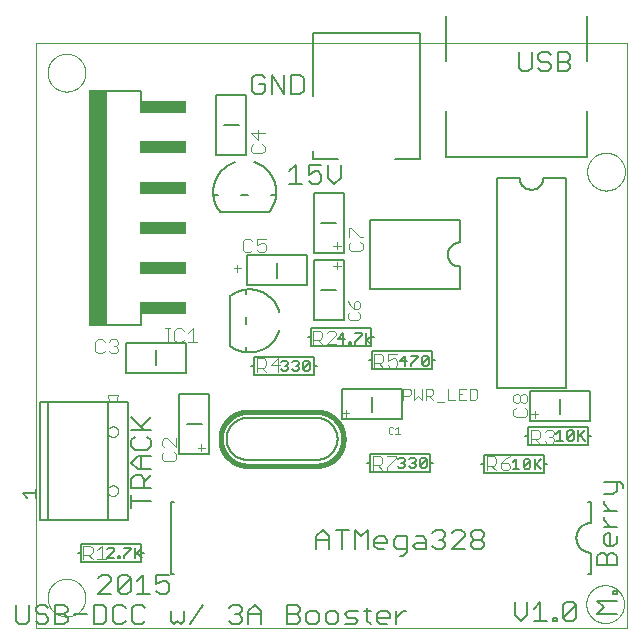
<source format=gto>
G75*
%MOIN*%
%OFA0B0*%
%FSLAX25Y25*%
%IPPOS*%
%LPD*%
%AMOC8*
5,1,8,0,0,1.08239X$1,22.5*
%
%ADD10C,0.00000*%
%ADD11C,0.00600*%
%ADD12C,0.00300*%
%ADD13C,0.00800*%
%ADD14C,0.00200*%
%ADD15C,0.00400*%
%ADD16R,0.06102X0.78740*%
%ADD17R,0.15256X0.03937*%
%ADD18C,0.01600*%
%ADD19C,0.00500*%
D10*
X0243500Y0183500D02*
X0243500Y0378461D01*
X0440350Y0378461D01*
X0440350Y0183500D01*
X0243500Y0183500D01*
X0247201Y0193500D02*
X0247203Y0193658D01*
X0247209Y0193816D01*
X0247219Y0193974D01*
X0247233Y0194132D01*
X0247251Y0194289D01*
X0247272Y0194446D01*
X0247298Y0194602D01*
X0247328Y0194758D01*
X0247361Y0194913D01*
X0247399Y0195066D01*
X0247440Y0195219D01*
X0247485Y0195371D01*
X0247534Y0195522D01*
X0247587Y0195671D01*
X0247643Y0195819D01*
X0247703Y0195965D01*
X0247767Y0196110D01*
X0247835Y0196253D01*
X0247906Y0196395D01*
X0247980Y0196535D01*
X0248058Y0196672D01*
X0248140Y0196808D01*
X0248224Y0196942D01*
X0248313Y0197073D01*
X0248404Y0197202D01*
X0248499Y0197329D01*
X0248596Y0197454D01*
X0248697Y0197576D01*
X0248801Y0197695D01*
X0248908Y0197812D01*
X0249018Y0197926D01*
X0249131Y0198037D01*
X0249246Y0198146D01*
X0249364Y0198251D01*
X0249485Y0198353D01*
X0249608Y0198453D01*
X0249734Y0198549D01*
X0249862Y0198642D01*
X0249992Y0198732D01*
X0250125Y0198818D01*
X0250260Y0198902D01*
X0250396Y0198981D01*
X0250535Y0199058D01*
X0250676Y0199130D01*
X0250818Y0199200D01*
X0250962Y0199265D01*
X0251108Y0199327D01*
X0251255Y0199385D01*
X0251404Y0199440D01*
X0251554Y0199491D01*
X0251705Y0199538D01*
X0251857Y0199581D01*
X0252010Y0199620D01*
X0252165Y0199656D01*
X0252320Y0199687D01*
X0252476Y0199715D01*
X0252632Y0199739D01*
X0252789Y0199759D01*
X0252947Y0199775D01*
X0253104Y0199787D01*
X0253263Y0199795D01*
X0253421Y0199799D01*
X0253579Y0199799D01*
X0253737Y0199795D01*
X0253896Y0199787D01*
X0254053Y0199775D01*
X0254211Y0199759D01*
X0254368Y0199739D01*
X0254524Y0199715D01*
X0254680Y0199687D01*
X0254835Y0199656D01*
X0254990Y0199620D01*
X0255143Y0199581D01*
X0255295Y0199538D01*
X0255446Y0199491D01*
X0255596Y0199440D01*
X0255745Y0199385D01*
X0255892Y0199327D01*
X0256038Y0199265D01*
X0256182Y0199200D01*
X0256324Y0199130D01*
X0256465Y0199058D01*
X0256604Y0198981D01*
X0256740Y0198902D01*
X0256875Y0198818D01*
X0257008Y0198732D01*
X0257138Y0198642D01*
X0257266Y0198549D01*
X0257392Y0198453D01*
X0257515Y0198353D01*
X0257636Y0198251D01*
X0257754Y0198146D01*
X0257869Y0198037D01*
X0257982Y0197926D01*
X0258092Y0197812D01*
X0258199Y0197695D01*
X0258303Y0197576D01*
X0258404Y0197454D01*
X0258501Y0197329D01*
X0258596Y0197202D01*
X0258687Y0197073D01*
X0258776Y0196942D01*
X0258860Y0196808D01*
X0258942Y0196672D01*
X0259020Y0196535D01*
X0259094Y0196395D01*
X0259165Y0196253D01*
X0259233Y0196110D01*
X0259297Y0195965D01*
X0259357Y0195819D01*
X0259413Y0195671D01*
X0259466Y0195522D01*
X0259515Y0195371D01*
X0259560Y0195219D01*
X0259601Y0195066D01*
X0259639Y0194913D01*
X0259672Y0194758D01*
X0259702Y0194602D01*
X0259728Y0194446D01*
X0259749Y0194289D01*
X0259767Y0194132D01*
X0259781Y0193974D01*
X0259791Y0193816D01*
X0259797Y0193658D01*
X0259799Y0193500D01*
X0259797Y0193342D01*
X0259791Y0193184D01*
X0259781Y0193026D01*
X0259767Y0192868D01*
X0259749Y0192711D01*
X0259728Y0192554D01*
X0259702Y0192398D01*
X0259672Y0192242D01*
X0259639Y0192087D01*
X0259601Y0191934D01*
X0259560Y0191781D01*
X0259515Y0191629D01*
X0259466Y0191478D01*
X0259413Y0191329D01*
X0259357Y0191181D01*
X0259297Y0191035D01*
X0259233Y0190890D01*
X0259165Y0190747D01*
X0259094Y0190605D01*
X0259020Y0190465D01*
X0258942Y0190328D01*
X0258860Y0190192D01*
X0258776Y0190058D01*
X0258687Y0189927D01*
X0258596Y0189798D01*
X0258501Y0189671D01*
X0258404Y0189546D01*
X0258303Y0189424D01*
X0258199Y0189305D01*
X0258092Y0189188D01*
X0257982Y0189074D01*
X0257869Y0188963D01*
X0257754Y0188854D01*
X0257636Y0188749D01*
X0257515Y0188647D01*
X0257392Y0188547D01*
X0257266Y0188451D01*
X0257138Y0188358D01*
X0257008Y0188268D01*
X0256875Y0188182D01*
X0256740Y0188098D01*
X0256604Y0188019D01*
X0256465Y0187942D01*
X0256324Y0187870D01*
X0256182Y0187800D01*
X0256038Y0187735D01*
X0255892Y0187673D01*
X0255745Y0187615D01*
X0255596Y0187560D01*
X0255446Y0187509D01*
X0255295Y0187462D01*
X0255143Y0187419D01*
X0254990Y0187380D01*
X0254835Y0187344D01*
X0254680Y0187313D01*
X0254524Y0187285D01*
X0254368Y0187261D01*
X0254211Y0187241D01*
X0254053Y0187225D01*
X0253896Y0187213D01*
X0253737Y0187205D01*
X0253579Y0187201D01*
X0253421Y0187201D01*
X0253263Y0187205D01*
X0253104Y0187213D01*
X0252947Y0187225D01*
X0252789Y0187241D01*
X0252632Y0187261D01*
X0252476Y0187285D01*
X0252320Y0187313D01*
X0252165Y0187344D01*
X0252010Y0187380D01*
X0251857Y0187419D01*
X0251705Y0187462D01*
X0251554Y0187509D01*
X0251404Y0187560D01*
X0251255Y0187615D01*
X0251108Y0187673D01*
X0250962Y0187735D01*
X0250818Y0187800D01*
X0250676Y0187870D01*
X0250535Y0187942D01*
X0250396Y0188019D01*
X0250260Y0188098D01*
X0250125Y0188182D01*
X0249992Y0188268D01*
X0249862Y0188358D01*
X0249734Y0188451D01*
X0249608Y0188547D01*
X0249485Y0188647D01*
X0249364Y0188749D01*
X0249246Y0188854D01*
X0249131Y0188963D01*
X0249018Y0189074D01*
X0248908Y0189188D01*
X0248801Y0189305D01*
X0248697Y0189424D01*
X0248596Y0189546D01*
X0248499Y0189671D01*
X0248404Y0189798D01*
X0248313Y0189927D01*
X0248224Y0190058D01*
X0248140Y0190192D01*
X0248058Y0190328D01*
X0247980Y0190465D01*
X0247906Y0190605D01*
X0247835Y0190747D01*
X0247767Y0190890D01*
X0247703Y0191035D01*
X0247643Y0191181D01*
X0247587Y0191329D01*
X0247534Y0191478D01*
X0247485Y0191629D01*
X0247440Y0191781D01*
X0247399Y0191934D01*
X0247361Y0192087D01*
X0247328Y0192242D01*
X0247298Y0192398D01*
X0247272Y0192554D01*
X0247251Y0192711D01*
X0247233Y0192868D01*
X0247219Y0193026D01*
X0247209Y0193184D01*
X0247203Y0193342D01*
X0247201Y0193500D01*
X0426754Y0191345D02*
X0426756Y0191503D01*
X0426762Y0191661D01*
X0426772Y0191819D01*
X0426786Y0191977D01*
X0426804Y0192134D01*
X0426825Y0192291D01*
X0426851Y0192447D01*
X0426881Y0192603D01*
X0426914Y0192758D01*
X0426952Y0192911D01*
X0426993Y0193064D01*
X0427038Y0193216D01*
X0427087Y0193367D01*
X0427140Y0193516D01*
X0427196Y0193664D01*
X0427256Y0193810D01*
X0427320Y0193955D01*
X0427388Y0194098D01*
X0427459Y0194240D01*
X0427533Y0194380D01*
X0427611Y0194517D01*
X0427693Y0194653D01*
X0427777Y0194787D01*
X0427866Y0194918D01*
X0427957Y0195047D01*
X0428052Y0195174D01*
X0428149Y0195299D01*
X0428250Y0195421D01*
X0428354Y0195540D01*
X0428461Y0195657D01*
X0428571Y0195771D01*
X0428684Y0195882D01*
X0428799Y0195991D01*
X0428917Y0196096D01*
X0429038Y0196198D01*
X0429161Y0196298D01*
X0429287Y0196394D01*
X0429415Y0196487D01*
X0429545Y0196577D01*
X0429678Y0196663D01*
X0429813Y0196747D01*
X0429949Y0196826D01*
X0430088Y0196903D01*
X0430229Y0196975D01*
X0430371Y0197045D01*
X0430515Y0197110D01*
X0430661Y0197172D01*
X0430808Y0197230D01*
X0430957Y0197285D01*
X0431107Y0197336D01*
X0431258Y0197383D01*
X0431410Y0197426D01*
X0431563Y0197465D01*
X0431718Y0197501D01*
X0431873Y0197532D01*
X0432029Y0197560D01*
X0432185Y0197584D01*
X0432342Y0197604D01*
X0432500Y0197620D01*
X0432657Y0197632D01*
X0432816Y0197640D01*
X0432974Y0197644D01*
X0433132Y0197644D01*
X0433290Y0197640D01*
X0433449Y0197632D01*
X0433606Y0197620D01*
X0433764Y0197604D01*
X0433921Y0197584D01*
X0434077Y0197560D01*
X0434233Y0197532D01*
X0434388Y0197501D01*
X0434543Y0197465D01*
X0434696Y0197426D01*
X0434848Y0197383D01*
X0434999Y0197336D01*
X0435149Y0197285D01*
X0435298Y0197230D01*
X0435445Y0197172D01*
X0435591Y0197110D01*
X0435735Y0197045D01*
X0435877Y0196975D01*
X0436018Y0196903D01*
X0436157Y0196826D01*
X0436293Y0196747D01*
X0436428Y0196663D01*
X0436561Y0196577D01*
X0436691Y0196487D01*
X0436819Y0196394D01*
X0436945Y0196298D01*
X0437068Y0196198D01*
X0437189Y0196096D01*
X0437307Y0195991D01*
X0437422Y0195882D01*
X0437535Y0195771D01*
X0437645Y0195657D01*
X0437752Y0195540D01*
X0437856Y0195421D01*
X0437957Y0195299D01*
X0438054Y0195174D01*
X0438149Y0195047D01*
X0438240Y0194918D01*
X0438329Y0194787D01*
X0438413Y0194653D01*
X0438495Y0194517D01*
X0438573Y0194380D01*
X0438647Y0194240D01*
X0438718Y0194098D01*
X0438786Y0193955D01*
X0438850Y0193810D01*
X0438910Y0193664D01*
X0438966Y0193516D01*
X0439019Y0193367D01*
X0439068Y0193216D01*
X0439113Y0193064D01*
X0439154Y0192911D01*
X0439192Y0192758D01*
X0439225Y0192603D01*
X0439255Y0192447D01*
X0439281Y0192291D01*
X0439302Y0192134D01*
X0439320Y0191977D01*
X0439334Y0191819D01*
X0439344Y0191661D01*
X0439350Y0191503D01*
X0439352Y0191345D01*
X0439350Y0191187D01*
X0439344Y0191029D01*
X0439334Y0190871D01*
X0439320Y0190713D01*
X0439302Y0190556D01*
X0439281Y0190399D01*
X0439255Y0190243D01*
X0439225Y0190087D01*
X0439192Y0189932D01*
X0439154Y0189779D01*
X0439113Y0189626D01*
X0439068Y0189474D01*
X0439019Y0189323D01*
X0438966Y0189174D01*
X0438910Y0189026D01*
X0438850Y0188880D01*
X0438786Y0188735D01*
X0438718Y0188592D01*
X0438647Y0188450D01*
X0438573Y0188310D01*
X0438495Y0188173D01*
X0438413Y0188037D01*
X0438329Y0187903D01*
X0438240Y0187772D01*
X0438149Y0187643D01*
X0438054Y0187516D01*
X0437957Y0187391D01*
X0437856Y0187269D01*
X0437752Y0187150D01*
X0437645Y0187033D01*
X0437535Y0186919D01*
X0437422Y0186808D01*
X0437307Y0186699D01*
X0437189Y0186594D01*
X0437068Y0186492D01*
X0436945Y0186392D01*
X0436819Y0186296D01*
X0436691Y0186203D01*
X0436561Y0186113D01*
X0436428Y0186027D01*
X0436293Y0185943D01*
X0436157Y0185864D01*
X0436018Y0185787D01*
X0435877Y0185715D01*
X0435735Y0185645D01*
X0435591Y0185580D01*
X0435445Y0185518D01*
X0435298Y0185460D01*
X0435149Y0185405D01*
X0434999Y0185354D01*
X0434848Y0185307D01*
X0434696Y0185264D01*
X0434543Y0185225D01*
X0434388Y0185189D01*
X0434233Y0185158D01*
X0434077Y0185130D01*
X0433921Y0185106D01*
X0433764Y0185086D01*
X0433606Y0185070D01*
X0433449Y0185058D01*
X0433290Y0185050D01*
X0433132Y0185046D01*
X0432974Y0185046D01*
X0432816Y0185050D01*
X0432657Y0185058D01*
X0432500Y0185070D01*
X0432342Y0185086D01*
X0432185Y0185106D01*
X0432029Y0185130D01*
X0431873Y0185158D01*
X0431718Y0185189D01*
X0431563Y0185225D01*
X0431410Y0185264D01*
X0431258Y0185307D01*
X0431107Y0185354D01*
X0430957Y0185405D01*
X0430808Y0185460D01*
X0430661Y0185518D01*
X0430515Y0185580D01*
X0430371Y0185645D01*
X0430229Y0185715D01*
X0430088Y0185787D01*
X0429949Y0185864D01*
X0429813Y0185943D01*
X0429678Y0186027D01*
X0429545Y0186113D01*
X0429415Y0186203D01*
X0429287Y0186296D01*
X0429161Y0186392D01*
X0429038Y0186492D01*
X0428917Y0186594D01*
X0428799Y0186699D01*
X0428684Y0186808D01*
X0428571Y0186919D01*
X0428461Y0187033D01*
X0428354Y0187150D01*
X0428250Y0187269D01*
X0428149Y0187391D01*
X0428052Y0187516D01*
X0427957Y0187643D01*
X0427866Y0187772D01*
X0427777Y0187903D01*
X0427693Y0188037D01*
X0427611Y0188173D01*
X0427533Y0188310D01*
X0427459Y0188450D01*
X0427388Y0188592D01*
X0427320Y0188735D01*
X0427256Y0188880D01*
X0427196Y0189026D01*
X0427140Y0189174D01*
X0427087Y0189323D01*
X0427038Y0189474D01*
X0426993Y0189626D01*
X0426952Y0189779D01*
X0426914Y0189932D01*
X0426881Y0190087D01*
X0426851Y0190243D01*
X0426825Y0190399D01*
X0426804Y0190556D01*
X0426786Y0190713D01*
X0426772Y0190871D01*
X0426762Y0191029D01*
X0426756Y0191187D01*
X0426754Y0191345D01*
X0427058Y0335517D02*
X0427060Y0335675D01*
X0427066Y0335833D01*
X0427076Y0335991D01*
X0427090Y0336149D01*
X0427108Y0336306D01*
X0427129Y0336463D01*
X0427155Y0336619D01*
X0427185Y0336775D01*
X0427218Y0336930D01*
X0427256Y0337083D01*
X0427297Y0337236D01*
X0427342Y0337388D01*
X0427391Y0337539D01*
X0427444Y0337688D01*
X0427500Y0337836D01*
X0427560Y0337982D01*
X0427624Y0338127D01*
X0427692Y0338270D01*
X0427763Y0338412D01*
X0427837Y0338552D01*
X0427915Y0338689D01*
X0427997Y0338825D01*
X0428081Y0338959D01*
X0428170Y0339090D01*
X0428261Y0339219D01*
X0428356Y0339346D01*
X0428453Y0339471D01*
X0428554Y0339593D01*
X0428658Y0339712D01*
X0428765Y0339829D01*
X0428875Y0339943D01*
X0428988Y0340054D01*
X0429103Y0340163D01*
X0429221Y0340268D01*
X0429342Y0340370D01*
X0429465Y0340470D01*
X0429591Y0340566D01*
X0429719Y0340659D01*
X0429849Y0340749D01*
X0429982Y0340835D01*
X0430117Y0340919D01*
X0430253Y0340998D01*
X0430392Y0341075D01*
X0430533Y0341147D01*
X0430675Y0341217D01*
X0430819Y0341282D01*
X0430965Y0341344D01*
X0431112Y0341402D01*
X0431261Y0341457D01*
X0431411Y0341508D01*
X0431562Y0341555D01*
X0431714Y0341598D01*
X0431867Y0341637D01*
X0432022Y0341673D01*
X0432177Y0341704D01*
X0432333Y0341732D01*
X0432489Y0341756D01*
X0432646Y0341776D01*
X0432804Y0341792D01*
X0432961Y0341804D01*
X0433120Y0341812D01*
X0433278Y0341816D01*
X0433436Y0341816D01*
X0433594Y0341812D01*
X0433753Y0341804D01*
X0433910Y0341792D01*
X0434068Y0341776D01*
X0434225Y0341756D01*
X0434381Y0341732D01*
X0434537Y0341704D01*
X0434692Y0341673D01*
X0434847Y0341637D01*
X0435000Y0341598D01*
X0435152Y0341555D01*
X0435303Y0341508D01*
X0435453Y0341457D01*
X0435602Y0341402D01*
X0435749Y0341344D01*
X0435895Y0341282D01*
X0436039Y0341217D01*
X0436181Y0341147D01*
X0436322Y0341075D01*
X0436461Y0340998D01*
X0436597Y0340919D01*
X0436732Y0340835D01*
X0436865Y0340749D01*
X0436995Y0340659D01*
X0437123Y0340566D01*
X0437249Y0340470D01*
X0437372Y0340370D01*
X0437493Y0340268D01*
X0437611Y0340163D01*
X0437726Y0340054D01*
X0437839Y0339943D01*
X0437949Y0339829D01*
X0438056Y0339712D01*
X0438160Y0339593D01*
X0438261Y0339471D01*
X0438358Y0339346D01*
X0438453Y0339219D01*
X0438544Y0339090D01*
X0438633Y0338959D01*
X0438717Y0338825D01*
X0438799Y0338689D01*
X0438877Y0338552D01*
X0438951Y0338412D01*
X0439022Y0338270D01*
X0439090Y0338127D01*
X0439154Y0337982D01*
X0439214Y0337836D01*
X0439270Y0337688D01*
X0439323Y0337539D01*
X0439372Y0337388D01*
X0439417Y0337236D01*
X0439458Y0337083D01*
X0439496Y0336930D01*
X0439529Y0336775D01*
X0439559Y0336619D01*
X0439585Y0336463D01*
X0439606Y0336306D01*
X0439624Y0336149D01*
X0439638Y0335991D01*
X0439648Y0335833D01*
X0439654Y0335675D01*
X0439656Y0335517D01*
X0439654Y0335359D01*
X0439648Y0335201D01*
X0439638Y0335043D01*
X0439624Y0334885D01*
X0439606Y0334728D01*
X0439585Y0334571D01*
X0439559Y0334415D01*
X0439529Y0334259D01*
X0439496Y0334104D01*
X0439458Y0333951D01*
X0439417Y0333798D01*
X0439372Y0333646D01*
X0439323Y0333495D01*
X0439270Y0333346D01*
X0439214Y0333198D01*
X0439154Y0333052D01*
X0439090Y0332907D01*
X0439022Y0332764D01*
X0438951Y0332622D01*
X0438877Y0332482D01*
X0438799Y0332345D01*
X0438717Y0332209D01*
X0438633Y0332075D01*
X0438544Y0331944D01*
X0438453Y0331815D01*
X0438358Y0331688D01*
X0438261Y0331563D01*
X0438160Y0331441D01*
X0438056Y0331322D01*
X0437949Y0331205D01*
X0437839Y0331091D01*
X0437726Y0330980D01*
X0437611Y0330871D01*
X0437493Y0330766D01*
X0437372Y0330664D01*
X0437249Y0330564D01*
X0437123Y0330468D01*
X0436995Y0330375D01*
X0436865Y0330285D01*
X0436732Y0330199D01*
X0436597Y0330115D01*
X0436461Y0330036D01*
X0436322Y0329959D01*
X0436181Y0329887D01*
X0436039Y0329817D01*
X0435895Y0329752D01*
X0435749Y0329690D01*
X0435602Y0329632D01*
X0435453Y0329577D01*
X0435303Y0329526D01*
X0435152Y0329479D01*
X0435000Y0329436D01*
X0434847Y0329397D01*
X0434692Y0329361D01*
X0434537Y0329330D01*
X0434381Y0329302D01*
X0434225Y0329278D01*
X0434068Y0329258D01*
X0433910Y0329242D01*
X0433753Y0329230D01*
X0433594Y0329222D01*
X0433436Y0329218D01*
X0433278Y0329218D01*
X0433120Y0329222D01*
X0432961Y0329230D01*
X0432804Y0329242D01*
X0432646Y0329258D01*
X0432489Y0329278D01*
X0432333Y0329302D01*
X0432177Y0329330D01*
X0432022Y0329361D01*
X0431867Y0329397D01*
X0431714Y0329436D01*
X0431562Y0329479D01*
X0431411Y0329526D01*
X0431261Y0329577D01*
X0431112Y0329632D01*
X0430965Y0329690D01*
X0430819Y0329752D01*
X0430675Y0329817D01*
X0430533Y0329887D01*
X0430392Y0329959D01*
X0430253Y0330036D01*
X0430117Y0330115D01*
X0429982Y0330199D01*
X0429849Y0330285D01*
X0429719Y0330375D01*
X0429591Y0330468D01*
X0429465Y0330564D01*
X0429342Y0330664D01*
X0429221Y0330766D01*
X0429103Y0330871D01*
X0428988Y0330980D01*
X0428875Y0331091D01*
X0428765Y0331205D01*
X0428658Y0331322D01*
X0428554Y0331441D01*
X0428453Y0331563D01*
X0428356Y0331688D01*
X0428261Y0331815D01*
X0428170Y0331944D01*
X0428081Y0332075D01*
X0427997Y0332209D01*
X0427915Y0332345D01*
X0427837Y0332482D01*
X0427763Y0332622D01*
X0427692Y0332764D01*
X0427624Y0332907D01*
X0427560Y0333052D01*
X0427500Y0333198D01*
X0427444Y0333346D01*
X0427391Y0333495D01*
X0427342Y0333646D01*
X0427297Y0333798D01*
X0427256Y0333951D01*
X0427218Y0334104D01*
X0427185Y0334259D01*
X0427155Y0334415D01*
X0427129Y0334571D01*
X0427108Y0334728D01*
X0427090Y0334885D01*
X0427076Y0335043D01*
X0427066Y0335201D01*
X0427060Y0335359D01*
X0427058Y0335517D01*
X0247201Y0368500D02*
X0247203Y0368658D01*
X0247209Y0368816D01*
X0247219Y0368974D01*
X0247233Y0369132D01*
X0247251Y0369289D01*
X0247272Y0369446D01*
X0247298Y0369602D01*
X0247328Y0369758D01*
X0247361Y0369913D01*
X0247399Y0370066D01*
X0247440Y0370219D01*
X0247485Y0370371D01*
X0247534Y0370522D01*
X0247587Y0370671D01*
X0247643Y0370819D01*
X0247703Y0370965D01*
X0247767Y0371110D01*
X0247835Y0371253D01*
X0247906Y0371395D01*
X0247980Y0371535D01*
X0248058Y0371672D01*
X0248140Y0371808D01*
X0248224Y0371942D01*
X0248313Y0372073D01*
X0248404Y0372202D01*
X0248499Y0372329D01*
X0248596Y0372454D01*
X0248697Y0372576D01*
X0248801Y0372695D01*
X0248908Y0372812D01*
X0249018Y0372926D01*
X0249131Y0373037D01*
X0249246Y0373146D01*
X0249364Y0373251D01*
X0249485Y0373353D01*
X0249608Y0373453D01*
X0249734Y0373549D01*
X0249862Y0373642D01*
X0249992Y0373732D01*
X0250125Y0373818D01*
X0250260Y0373902D01*
X0250396Y0373981D01*
X0250535Y0374058D01*
X0250676Y0374130D01*
X0250818Y0374200D01*
X0250962Y0374265D01*
X0251108Y0374327D01*
X0251255Y0374385D01*
X0251404Y0374440D01*
X0251554Y0374491D01*
X0251705Y0374538D01*
X0251857Y0374581D01*
X0252010Y0374620D01*
X0252165Y0374656D01*
X0252320Y0374687D01*
X0252476Y0374715D01*
X0252632Y0374739D01*
X0252789Y0374759D01*
X0252947Y0374775D01*
X0253104Y0374787D01*
X0253263Y0374795D01*
X0253421Y0374799D01*
X0253579Y0374799D01*
X0253737Y0374795D01*
X0253896Y0374787D01*
X0254053Y0374775D01*
X0254211Y0374759D01*
X0254368Y0374739D01*
X0254524Y0374715D01*
X0254680Y0374687D01*
X0254835Y0374656D01*
X0254990Y0374620D01*
X0255143Y0374581D01*
X0255295Y0374538D01*
X0255446Y0374491D01*
X0255596Y0374440D01*
X0255745Y0374385D01*
X0255892Y0374327D01*
X0256038Y0374265D01*
X0256182Y0374200D01*
X0256324Y0374130D01*
X0256465Y0374058D01*
X0256604Y0373981D01*
X0256740Y0373902D01*
X0256875Y0373818D01*
X0257008Y0373732D01*
X0257138Y0373642D01*
X0257266Y0373549D01*
X0257392Y0373453D01*
X0257515Y0373353D01*
X0257636Y0373251D01*
X0257754Y0373146D01*
X0257869Y0373037D01*
X0257982Y0372926D01*
X0258092Y0372812D01*
X0258199Y0372695D01*
X0258303Y0372576D01*
X0258404Y0372454D01*
X0258501Y0372329D01*
X0258596Y0372202D01*
X0258687Y0372073D01*
X0258776Y0371942D01*
X0258860Y0371808D01*
X0258942Y0371672D01*
X0259020Y0371535D01*
X0259094Y0371395D01*
X0259165Y0371253D01*
X0259233Y0371110D01*
X0259297Y0370965D01*
X0259357Y0370819D01*
X0259413Y0370671D01*
X0259466Y0370522D01*
X0259515Y0370371D01*
X0259560Y0370219D01*
X0259601Y0370066D01*
X0259639Y0369913D01*
X0259672Y0369758D01*
X0259702Y0369602D01*
X0259728Y0369446D01*
X0259749Y0369289D01*
X0259767Y0369132D01*
X0259781Y0368974D01*
X0259791Y0368816D01*
X0259797Y0368658D01*
X0259799Y0368500D01*
X0259797Y0368342D01*
X0259791Y0368184D01*
X0259781Y0368026D01*
X0259767Y0367868D01*
X0259749Y0367711D01*
X0259728Y0367554D01*
X0259702Y0367398D01*
X0259672Y0367242D01*
X0259639Y0367087D01*
X0259601Y0366934D01*
X0259560Y0366781D01*
X0259515Y0366629D01*
X0259466Y0366478D01*
X0259413Y0366329D01*
X0259357Y0366181D01*
X0259297Y0366035D01*
X0259233Y0365890D01*
X0259165Y0365747D01*
X0259094Y0365605D01*
X0259020Y0365465D01*
X0258942Y0365328D01*
X0258860Y0365192D01*
X0258776Y0365058D01*
X0258687Y0364927D01*
X0258596Y0364798D01*
X0258501Y0364671D01*
X0258404Y0364546D01*
X0258303Y0364424D01*
X0258199Y0364305D01*
X0258092Y0364188D01*
X0257982Y0364074D01*
X0257869Y0363963D01*
X0257754Y0363854D01*
X0257636Y0363749D01*
X0257515Y0363647D01*
X0257392Y0363547D01*
X0257266Y0363451D01*
X0257138Y0363358D01*
X0257008Y0363268D01*
X0256875Y0363182D01*
X0256740Y0363098D01*
X0256604Y0363019D01*
X0256465Y0362942D01*
X0256324Y0362870D01*
X0256182Y0362800D01*
X0256038Y0362735D01*
X0255892Y0362673D01*
X0255745Y0362615D01*
X0255596Y0362560D01*
X0255446Y0362509D01*
X0255295Y0362462D01*
X0255143Y0362419D01*
X0254990Y0362380D01*
X0254835Y0362344D01*
X0254680Y0362313D01*
X0254524Y0362285D01*
X0254368Y0362261D01*
X0254211Y0362241D01*
X0254053Y0362225D01*
X0253896Y0362213D01*
X0253737Y0362205D01*
X0253579Y0362201D01*
X0253421Y0362201D01*
X0253263Y0362205D01*
X0253104Y0362213D01*
X0252947Y0362225D01*
X0252789Y0362241D01*
X0252632Y0362261D01*
X0252476Y0362285D01*
X0252320Y0362313D01*
X0252165Y0362344D01*
X0252010Y0362380D01*
X0251857Y0362419D01*
X0251705Y0362462D01*
X0251554Y0362509D01*
X0251404Y0362560D01*
X0251255Y0362615D01*
X0251108Y0362673D01*
X0250962Y0362735D01*
X0250818Y0362800D01*
X0250676Y0362870D01*
X0250535Y0362942D01*
X0250396Y0363019D01*
X0250260Y0363098D01*
X0250125Y0363182D01*
X0249992Y0363268D01*
X0249862Y0363358D01*
X0249734Y0363451D01*
X0249608Y0363547D01*
X0249485Y0363647D01*
X0249364Y0363749D01*
X0249246Y0363854D01*
X0249131Y0363963D01*
X0249018Y0364074D01*
X0248908Y0364188D01*
X0248801Y0364305D01*
X0248697Y0364424D01*
X0248596Y0364546D01*
X0248499Y0364671D01*
X0248404Y0364798D01*
X0248313Y0364927D01*
X0248224Y0365058D01*
X0248140Y0365192D01*
X0248058Y0365328D01*
X0247980Y0365465D01*
X0247906Y0365605D01*
X0247835Y0365747D01*
X0247767Y0365890D01*
X0247703Y0366035D01*
X0247643Y0366181D01*
X0247587Y0366329D01*
X0247534Y0366478D01*
X0247485Y0366629D01*
X0247440Y0366781D01*
X0247399Y0366934D01*
X0247361Y0367087D01*
X0247328Y0367242D01*
X0247298Y0367398D01*
X0247272Y0367554D01*
X0247251Y0367711D01*
X0247233Y0367868D01*
X0247219Y0368026D01*
X0247209Y0368184D01*
X0247203Y0368342D01*
X0247201Y0368500D01*
D11*
X0236743Y0185815D02*
X0237811Y0184748D01*
X0239946Y0184748D01*
X0241014Y0185815D01*
X0241014Y0191153D01*
X0243189Y0190085D02*
X0243189Y0189018D01*
X0244256Y0187950D01*
X0246392Y0187950D01*
X0247459Y0186883D01*
X0247459Y0185815D01*
X0246392Y0184748D01*
X0244256Y0184748D01*
X0243189Y0185815D01*
X0243189Y0190085D02*
X0244256Y0191153D01*
X0246392Y0191153D01*
X0247459Y0190085D01*
X0249634Y0191153D02*
X0252837Y0191153D01*
X0253905Y0190085D01*
X0253905Y0189018D01*
X0252837Y0187950D01*
X0249634Y0187950D01*
X0249634Y0184748D02*
X0252837Y0184748D01*
X0253905Y0185815D01*
X0253905Y0186883D01*
X0252837Y0187950D01*
X0256080Y0187950D02*
X0260350Y0187950D01*
X0262525Y0184748D02*
X0265728Y0184748D01*
X0266796Y0185815D01*
X0266796Y0190085D01*
X0265728Y0191153D01*
X0262525Y0191153D01*
X0262525Y0184748D01*
X0268971Y0185815D02*
X0268971Y0190085D01*
X0270038Y0191153D01*
X0272173Y0191153D01*
X0273241Y0190085D01*
X0275416Y0190085D02*
X0275416Y0185815D01*
X0276484Y0184748D01*
X0278619Y0184748D01*
X0279687Y0185815D01*
X0279687Y0190085D02*
X0278619Y0191153D01*
X0276484Y0191153D01*
X0275416Y0190085D01*
X0273241Y0185815D02*
X0272173Y0184748D01*
X0270038Y0184748D01*
X0268971Y0185815D01*
X0268402Y0194706D02*
X0264132Y0194706D01*
X0268402Y0198976D01*
X0268402Y0200044D01*
X0267335Y0201111D01*
X0265200Y0201111D01*
X0264132Y0200044D01*
X0270578Y0200044D02*
X0270578Y0195773D01*
X0274848Y0200044D01*
X0274848Y0195773D01*
X0273780Y0194706D01*
X0271645Y0194706D01*
X0270578Y0195773D01*
X0270578Y0200044D02*
X0271645Y0201111D01*
X0273780Y0201111D01*
X0274848Y0200044D01*
X0277023Y0198976D02*
X0279158Y0201111D01*
X0279158Y0194706D01*
X0277023Y0194706D02*
X0281293Y0194706D01*
X0283469Y0195773D02*
X0284536Y0194706D01*
X0286671Y0194706D01*
X0287739Y0195773D01*
X0287739Y0197909D01*
X0286671Y0198976D01*
X0285604Y0198976D01*
X0283469Y0197909D01*
X0283469Y0201111D01*
X0287739Y0201111D01*
X0278628Y0206723D02*
X0276927Y0208424D01*
X0276359Y0207857D02*
X0278628Y0210125D01*
X0276359Y0210125D02*
X0276359Y0206723D01*
X0274945Y0209558D02*
X0272676Y0207290D01*
X0272676Y0206723D01*
X0271402Y0206723D02*
X0270835Y0206723D01*
X0270835Y0207290D01*
X0271402Y0207290D01*
X0271402Y0206723D01*
X0269420Y0206723D02*
X0267152Y0206723D01*
X0269420Y0208991D01*
X0269420Y0209558D01*
X0268853Y0210125D01*
X0267719Y0210125D01*
X0267152Y0209558D01*
X0272676Y0210125D02*
X0274945Y0210125D01*
X0274945Y0209558D01*
X0274074Y0219308D02*
X0267263Y0219308D01*
X0267263Y0258678D01*
X0267794Y0258678D01*
X0270117Y0258678D01*
X0274074Y0258678D01*
X0274074Y0219308D01*
X0275159Y0223514D02*
X0275159Y0227785D01*
X0275159Y0225649D02*
X0281564Y0225649D01*
X0281564Y0229960D02*
X0275159Y0229960D01*
X0275159Y0233163D01*
X0276227Y0234230D01*
X0278362Y0234230D01*
X0279429Y0233163D01*
X0279429Y0229960D01*
X0279429Y0232095D02*
X0281564Y0234230D01*
X0281564Y0236405D02*
X0277294Y0236405D01*
X0275159Y0238540D01*
X0277294Y0240676D01*
X0281564Y0240676D01*
X0280497Y0242851D02*
X0276227Y0242851D01*
X0275159Y0243918D01*
X0275159Y0246054D01*
X0276227Y0247121D01*
X0275159Y0249296D02*
X0281564Y0249296D01*
X0279429Y0249296D02*
X0275159Y0253567D01*
X0278362Y0250364D02*
X0281564Y0253567D01*
X0280497Y0247121D02*
X0281564Y0246054D01*
X0281564Y0243918D01*
X0280497Y0242851D01*
X0278362Y0240676D02*
X0278362Y0236405D01*
X0267263Y0219308D02*
X0247460Y0219308D01*
X0247460Y0258678D01*
X0267263Y0258678D01*
X0247460Y0258678D02*
X0244546Y0258678D01*
X0244546Y0219308D01*
X0247460Y0219308D01*
X0249634Y0191153D02*
X0249634Y0184748D01*
X0236743Y0185815D02*
X0236743Y0191153D01*
X0288307Y0189018D02*
X0288307Y0185815D01*
X0289375Y0184748D01*
X0290442Y0185815D01*
X0291510Y0184748D01*
X0292578Y0185815D01*
X0292578Y0189018D01*
X0294753Y0184748D02*
X0299023Y0191153D01*
X0307644Y0190085D02*
X0308711Y0191153D01*
X0310846Y0191153D01*
X0311914Y0190085D01*
X0311914Y0189018D01*
X0310846Y0187950D01*
X0311914Y0186883D01*
X0311914Y0185815D01*
X0310846Y0184748D01*
X0308711Y0184748D01*
X0307644Y0185815D01*
X0309779Y0187950D02*
X0310846Y0187950D01*
X0314089Y0187950D02*
X0318360Y0187950D01*
X0318360Y0189018D02*
X0318360Y0184748D01*
X0318360Y0189018D02*
X0316224Y0191153D01*
X0314089Y0189018D01*
X0314089Y0184748D01*
X0326980Y0184748D02*
X0330183Y0184748D01*
X0331251Y0185815D01*
X0331251Y0186883D01*
X0330183Y0187950D01*
X0326980Y0187950D01*
X0326980Y0184748D02*
X0326980Y0191153D01*
X0330183Y0191153D01*
X0331251Y0190085D01*
X0331251Y0189018D01*
X0330183Y0187950D01*
X0333426Y0187950D02*
X0333426Y0185815D01*
X0334493Y0184748D01*
X0336628Y0184748D01*
X0337696Y0185815D01*
X0337696Y0187950D01*
X0336628Y0189018D01*
X0334493Y0189018D01*
X0333426Y0187950D01*
X0339871Y0187950D02*
X0339871Y0185815D01*
X0340939Y0184748D01*
X0343074Y0184748D01*
X0344142Y0185815D01*
X0344142Y0187950D01*
X0343074Y0189018D01*
X0340939Y0189018D01*
X0339871Y0187950D01*
X0346317Y0187950D02*
X0347384Y0189018D01*
X0350587Y0189018D01*
X0352762Y0189018D02*
X0354897Y0189018D01*
X0353830Y0190085D02*
X0353830Y0185815D01*
X0354897Y0184748D01*
X0357059Y0185815D02*
X0357059Y0187950D01*
X0358127Y0189018D01*
X0360262Y0189018D01*
X0361330Y0187950D01*
X0361330Y0186883D01*
X0357059Y0186883D01*
X0357059Y0185815D02*
X0358127Y0184748D01*
X0360262Y0184748D01*
X0363505Y0184748D02*
X0363505Y0189018D01*
X0363505Y0186883D02*
X0365640Y0189018D01*
X0366707Y0189018D01*
X0350587Y0185815D02*
X0349519Y0186883D01*
X0347384Y0186883D01*
X0346317Y0187950D01*
X0346317Y0184748D02*
X0349519Y0184748D01*
X0350587Y0185815D01*
X0349700Y0209648D02*
X0349700Y0216054D01*
X0351835Y0213919D01*
X0353970Y0216054D01*
X0353970Y0209648D01*
X0356146Y0210716D02*
X0356146Y0212851D01*
X0357213Y0213919D01*
X0359348Y0213919D01*
X0360416Y0212851D01*
X0360416Y0211784D01*
X0356146Y0211784D01*
X0356146Y0210716D02*
X0357213Y0209648D01*
X0359348Y0209648D01*
X0362591Y0210716D02*
X0362591Y0212851D01*
X0363659Y0213919D01*
X0366861Y0213919D01*
X0366861Y0208581D01*
X0365794Y0207513D01*
X0364726Y0207513D01*
X0363659Y0209648D02*
X0366861Y0209648D01*
X0369037Y0210716D02*
X0370104Y0211784D01*
X0373307Y0211784D01*
X0373307Y0212851D02*
X0373307Y0209648D01*
X0370104Y0209648D01*
X0369037Y0210716D01*
X0370104Y0213919D02*
X0372239Y0213919D01*
X0373307Y0212851D01*
X0375482Y0210716D02*
X0376550Y0209648D01*
X0378685Y0209648D01*
X0379752Y0210716D01*
X0379752Y0211784D01*
X0378685Y0212851D01*
X0377617Y0212851D01*
X0378685Y0212851D02*
X0379752Y0213919D01*
X0379752Y0214986D01*
X0378685Y0216054D01*
X0376550Y0216054D01*
X0375482Y0214986D01*
X0381928Y0214986D02*
X0382995Y0216054D01*
X0385130Y0216054D01*
X0386198Y0214986D01*
X0386198Y0213919D01*
X0381928Y0209648D01*
X0386198Y0209648D01*
X0388373Y0210716D02*
X0388373Y0211784D01*
X0389441Y0212851D01*
X0391576Y0212851D01*
X0392643Y0211784D01*
X0392643Y0210716D01*
X0391576Y0209648D01*
X0389441Y0209648D01*
X0388373Y0210716D01*
X0389441Y0212851D02*
X0388373Y0213919D01*
X0388373Y0214986D01*
X0389441Y0216054D01*
X0391576Y0216054D01*
X0392643Y0214986D01*
X0392643Y0213919D01*
X0391576Y0212851D01*
X0402887Y0191990D02*
X0402887Y0187720D01*
X0405022Y0185584D01*
X0407158Y0187720D01*
X0407158Y0191990D01*
X0409333Y0189855D02*
X0411468Y0191990D01*
X0411468Y0185584D01*
X0409333Y0185584D02*
X0413603Y0185584D01*
X0415778Y0185584D02*
X0415778Y0186652D01*
X0416846Y0186652D01*
X0416846Y0185584D01*
X0415778Y0185584D01*
X0419001Y0186652D02*
X0420069Y0185584D01*
X0422204Y0185584D01*
X0423271Y0186652D01*
X0423271Y0190922D01*
X0419001Y0186652D01*
X0419001Y0190922D01*
X0420069Y0191990D01*
X0422204Y0191990D01*
X0423271Y0190922D01*
X0430485Y0192438D02*
X0436890Y0192438D01*
X0436890Y0194614D02*
X0435823Y0194614D01*
X0435823Y0195681D01*
X0436890Y0195681D01*
X0436890Y0194614D01*
X0432620Y0190303D02*
X0430485Y0192438D01*
X0432620Y0190303D02*
X0430485Y0188168D01*
X0436890Y0188168D01*
X0436890Y0204282D02*
X0430485Y0204282D01*
X0430485Y0207485D01*
X0431552Y0208552D01*
X0432620Y0208552D01*
X0433688Y0207485D01*
X0433688Y0204282D01*
X0436890Y0204282D02*
X0436890Y0207485D01*
X0435823Y0208552D01*
X0434755Y0208552D01*
X0433688Y0207485D01*
X0433688Y0210727D02*
X0432620Y0211795D01*
X0432620Y0213930D01*
X0433688Y0214998D01*
X0434755Y0214998D01*
X0434755Y0210727D01*
X0433688Y0210727D02*
X0435823Y0210727D01*
X0436890Y0211795D01*
X0436890Y0213930D01*
X0436890Y0217173D02*
X0432620Y0217173D01*
X0432620Y0219308D02*
X0432620Y0220376D01*
X0432620Y0219308D02*
X0434755Y0217173D01*
X0434755Y0222544D02*
X0432620Y0224679D01*
X0432620Y0225747D01*
X0432620Y0227915D02*
X0435823Y0227915D01*
X0436890Y0228983D01*
X0436890Y0232186D01*
X0437958Y0232186D02*
X0439025Y0231118D01*
X0439025Y0230050D01*
X0437958Y0232186D02*
X0432620Y0232186D01*
X0432620Y0222544D02*
X0436890Y0222544D01*
X0426392Y0245865D02*
X0424691Y0247566D01*
X0424124Y0246999D02*
X0426392Y0249268D01*
X0424124Y0249268D02*
X0424124Y0245865D01*
X0422709Y0246432D02*
X0422142Y0245865D01*
X0421008Y0245865D01*
X0420441Y0246432D01*
X0422709Y0248701D01*
X0422709Y0246432D01*
X0420441Y0246432D02*
X0420441Y0248701D01*
X0421008Y0249268D01*
X0422142Y0249268D01*
X0422709Y0248701D01*
X0419026Y0245865D02*
X0416758Y0245865D01*
X0417892Y0245865D02*
X0417892Y0249268D01*
X0416758Y0248133D01*
X0411826Y0239771D02*
X0409557Y0237503D01*
X0410124Y0238070D02*
X0411826Y0236369D01*
X0409557Y0236369D02*
X0409557Y0239771D01*
X0408143Y0239204D02*
X0405874Y0236936D01*
X0406441Y0236369D01*
X0407575Y0236369D01*
X0408143Y0236936D01*
X0408143Y0239204D01*
X0407575Y0239771D01*
X0406441Y0239771D01*
X0405874Y0239204D01*
X0405874Y0236936D01*
X0404459Y0236369D02*
X0402191Y0236369D01*
X0403325Y0236369D02*
X0403325Y0239771D01*
X0402191Y0238637D01*
X0397000Y0263500D02*
X0420000Y0263500D01*
X0420000Y0333500D01*
X0412500Y0333500D01*
X0412498Y0333374D01*
X0412492Y0333249D01*
X0412482Y0333124D01*
X0412468Y0332999D01*
X0412451Y0332874D01*
X0412429Y0332750D01*
X0412404Y0332627D01*
X0412374Y0332505D01*
X0412341Y0332384D01*
X0412304Y0332264D01*
X0412264Y0332145D01*
X0412219Y0332028D01*
X0412171Y0331911D01*
X0412119Y0331797D01*
X0412064Y0331684D01*
X0412005Y0331573D01*
X0411943Y0331464D01*
X0411877Y0331357D01*
X0411808Y0331252D01*
X0411736Y0331149D01*
X0411661Y0331048D01*
X0411582Y0330950D01*
X0411500Y0330855D01*
X0411416Y0330762D01*
X0411328Y0330672D01*
X0411238Y0330584D01*
X0411145Y0330500D01*
X0411050Y0330418D01*
X0410952Y0330339D01*
X0410851Y0330264D01*
X0410748Y0330192D01*
X0410643Y0330123D01*
X0410536Y0330057D01*
X0410427Y0329995D01*
X0410316Y0329936D01*
X0410203Y0329881D01*
X0410089Y0329829D01*
X0409972Y0329781D01*
X0409855Y0329736D01*
X0409736Y0329696D01*
X0409616Y0329659D01*
X0409495Y0329626D01*
X0409373Y0329596D01*
X0409250Y0329571D01*
X0409126Y0329549D01*
X0409001Y0329532D01*
X0408876Y0329518D01*
X0408751Y0329508D01*
X0408626Y0329502D01*
X0408500Y0329500D01*
X0408374Y0329502D01*
X0408249Y0329508D01*
X0408124Y0329518D01*
X0407999Y0329532D01*
X0407874Y0329549D01*
X0407750Y0329571D01*
X0407627Y0329596D01*
X0407505Y0329626D01*
X0407384Y0329659D01*
X0407264Y0329696D01*
X0407145Y0329736D01*
X0407028Y0329781D01*
X0406911Y0329829D01*
X0406797Y0329881D01*
X0406684Y0329936D01*
X0406573Y0329995D01*
X0406464Y0330057D01*
X0406357Y0330123D01*
X0406252Y0330192D01*
X0406149Y0330264D01*
X0406048Y0330339D01*
X0405950Y0330418D01*
X0405855Y0330500D01*
X0405762Y0330584D01*
X0405672Y0330672D01*
X0405584Y0330762D01*
X0405500Y0330855D01*
X0405418Y0330950D01*
X0405339Y0331048D01*
X0405264Y0331149D01*
X0405192Y0331252D01*
X0405123Y0331357D01*
X0405057Y0331464D01*
X0404995Y0331573D01*
X0404936Y0331684D01*
X0404881Y0331797D01*
X0404829Y0331911D01*
X0404781Y0332028D01*
X0404736Y0332145D01*
X0404696Y0332264D01*
X0404659Y0332384D01*
X0404626Y0332505D01*
X0404596Y0332627D01*
X0404571Y0332750D01*
X0404549Y0332874D01*
X0404532Y0332999D01*
X0404518Y0333124D01*
X0404508Y0333249D01*
X0404502Y0333374D01*
X0404500Y0333500D01*
X0397000Y0333500D01*
X0397000Y0263500D01*
X0374259Y0271339D02*
X0373692Y0270772D01*
X0372558Y0270772D01*
X0371990Y0271339D01*
X0374259Y0273608D01*
X0374259Y0271339D01*
X0371990Y0271339D02*
X0371990Y0273608D01*
X0372558Y0274175D01*
X0373692Y0274175D01*
X0374259Y0273608D01*
X0370576Y0273608D02*
X0368307Y0271339D01*
X0368307Y0270772D01*
X0366326Y0270772D02*
X0366326Y0274175D01*
X0364624Y0272474D01*
X0366893Y0272474D01*
X0368307Y0274175D02*
X0370576Y0274175D01*
X0370576Y0273608D01*
X0354959Y0278173D02*
X0353258Y0279307D01*
X0354959Y0280442D01*
X0353258Y0281576D02*
X0353258Y0278173D01*
X0351843Y0281009D02*
X0349575Y0278740D01*
X0349575Y0278173D01*
X0348300Y0278173D02*
X0347733Y0278173D01*
X0347733Y0278740D01*
X0348300Y0278740D01*
X0348300Y0278173D01*
X0345751Y0278173D02*
X0345751Y0281576D01*
X0344050Y0279874D01*
X0346319Y0279874D01*
X0349575Y0281576D02*
X0351843Y0281576D01*
X0351843Y0281009D01*
X0354634Y0296431D02*
X0354634Y0319431D01*
X0384634Y0319431D01*
X0384634Y0311931D01*
X0384508Y0311929D01*
X0384383Y0311923D01*
X0384258Y0311913D01*
X0384133Y0311899D01*
X0384008Y0311882D01*
X0383884Y0311860D01*
X0383761Y0311835D01*
X0383639Y0311805D01*
X0383518Y0311772D01*
X0383398Y0311735D01*
X0383279Y0311695D01*
X0383162Y0311650D01*
X0383045Y0311602D01*
X0382931Y0311550D01*
X0382818Y0311495D01*
X0382707Y0311436D01*
X0382598Y0311374D01*
X0382491Y0311308D01*
X0382386Y0311239D01*
X0382283Y0311167D01*
X0382182Y0311092D01*
X0382084Y0311013D01*
X0381989Y0310931D01*
X0381896Y0310847D01*
X0381806Y0310759D01*
X0381718Y0310669D01*
X0381634Y0310576D01*
X0381552Y0310481D01*
X0381473Y0310383D01*
X0381398Y0310282D01*
X0381326Y0310179D01*
X0381257Y0310074D01*
X0381191Y0309967D01*
X0381129Y0309858D01*
X0381070Y0309747D01*
X0381015Y0309634D01*
X0380963Y0309520D01*
X0380915Y0309403D01*
X0380870Y0309286D01*
X0380830Y0309167D01*
X0380793Y0309047D01*
X0380760Y0308926D01*
X0380730Y0308804D01*
X0380705Y0308681D01*
X0380683Y0308557D01*
X0380666Y0308432D01*
X0380652Y0308307D01*
X0380642Y0308182D01*
X0380636Y0308057D01*
X0380634Y0307931D01*
X0380636Y0307805D01*
X0380642Y0307680D01*
X0380652Y0307555D01*
X0380666Y0307430D01*
X0380683Y0307305D01*
X0380705Y0307181D01*
X0380730Y0307058D01*
X0380760Y0306936D01*
X0380793Y0306815D01*
X0380830Y0306695D01*
X0380870Y0306576D01*
X0380915Y0306459D01*
X0380963Y0306342D01*
X0381015Y0306228D01*
X0381070Y0306115D01*
X0381129Y0306004D01*
X0381191Y0305895D01*
X0381257Y0305788D01*
X0381326Y0305683D01*
X0381398Y0305580D01*
X0381473Y0305479D01*
X0381552Y0305381D01*
X0381634Y0305286D01*
X0381718Y0305193D01*
X0381806Y0305103D01*
X0381896Y0305015D01*
X0381989Y0304931D01*
X0382084Y0304849D01*
X0382182Y0304770D01*
X0382283Y0304695D01*
X0382386Y0304623D01*
X0382491Y0304554D01*
X0382598Y0304488D01*
X0382707Y0304426D01*
X0382818Y0304367D01*
X0382931Y0304312D01*
X0383045Y0304260D01*
X0383162Y0304212D01*
X0383279Y0304167D01*
X0383398Y0304127D01*
X0383518Y0304090D01*
X0383639Y0304057D01*
X0383761Y0304027D01*
X0383884Y0304002D01*
X0384008Y0303980D01*
X0384133Y0303963D01*
X0384258Y0303949D01*
X0384383Y0303939D01*
X0384508Y0303933D01*
X0384634Y0303931D01*
X0384634Y0296431D01*
X0354634Y0296431D01*
X0334128Y0272513D02*
X0334695Y0271946D01*
X0332427Y0269677D01*
X0332994Y0269110D01*
X0334128Y0269110D01*
X0334695Y0269677D01*
X0334695Y0271946D01*
X0334128Y0272513D02*
X0332994Y0272513D01*
X0332427Y0271946D01*
X0332427Y0269677D01*
X0331012Y0269677D02*
X0330445Y0269110D01*
X0329311Y0269110D01*
X0328744Y0269677D01*
X0327329Y0269677D02*
X0326762Y0269110D01*
X0325628Y0269110D01*
X0325061Y0269677D01*
X0326195Y0270812D02*
X0326762Y0270812D01*
X0327329Y0270244D01*
X0327329Y0269677D01*
X0326762Y0270812D02*
X0327329Y0271379D01*
X0327329Y0271946D01*
X0326762Y0272513D01*
X0325628Y0272513D01*
X0325061Y0271946D01*
X0328744Y0271946D02*
X0329311Y0272513D01*
X0330445Y0272513D01*
X0331012Y0271946D01*
X0331012Y0271379D01*
X0330445Y0270812D01*
X0331012Y0270244D01*
X0331012Y0269677D01*
X0330445Y0270812D02*
X0329878Y0270812D01*
X0313451Y0275315D02*
X0313451Y0276894D01*
X0307951Y0277520D02*
X0307951Y0294016D01*
X0313451Y0294642D02*
X0313451Y0296221D01*
X0313451Y0286894D02*
X0313451Y0284642D01*
X0307951Y0277520D02*
X0308153Y0277365D01*
X0308358Y0277215D01*
X0308567Y0277069D01*
X0308780Y0276929D01*
X0308996Y0276795D01*
X0309215Y0276665D01*
X0309437Y0276541D01*
X0309662Y0276422D01*
X0309890Y0276309D01*
X0310120Y0276201D01*
X0310353Y0276099D01*
X0310589Y0276002D01*
X0310827Y0275911D01*
X0311066Y0275826D01*
X0311308Y0275747D01*
X0311552Y0275674D01*
X0311797Y0275607D01*
X0312044Y0275546D01*
X0312293Y0275490D01*
X0312543Y0275441D01*
X0312793Y0275398D01*
X0313045Y0275361D01*
X0313298Y0275330D01*
X0313551Y0275305D01*
X0313805Y0275286D01*
X0314059Y0275273D01*
X0314313Y0275267D01*
X0314568Y0275267D01*
X0314822Y0275273D01*
X0315077Y0275285D01*
X0315330Y0275303D01*
X0315584Y0275327D01*
X0315836Y0275358D01*
X0316088Y0275394D01*
X0316339Y0275437D01*
X0316589Y0275486D01*
X0316837Y0275541D01*
X0317084Y0275602D01*
X0317330Y0275668D01*
X0317574Y0275741D01*
X0317816Y0275820D01*
X0318056Y0275904D01*
X0318294Y0275995D01*
X0318530Y0276091D01*
X0318763Y0276192D01*
X0318994Y0276300D01*
X0319222Y0276412D01*
X0319447Y0276531D01*
X0319669Y0276655D01*
X0319889Y0276784D01*
X0320105Y0276918D01*
X0320318Y0277058D01*
X0320527Y0277203D01*
X0320733Y0277352D01*
X0320935Y0277507D01*
X0321133Y0277667D01*
X0321327Y0277831D01*
X0321518Y0278000D01*
X0321704Y0278173D01*
X0321886Y0278351D01*
X0322063Y0278534D01*
X0322236Y0278720D01*
X0322405Y0278911D01*
X0322569Y0279106D01*
X0322728Y0279305D01*
X0322882Y0279507D01*
X0323031Y0279713D01*
X0323175Y0279923D01*
X0323314Y0280136D01*
X0323448Y0280353D01*
X0323577Y0280572D01*
X0323700Y0280795D01*
X0323817Y0281021D01*
X0323930Y0281249D01*
X0324036Y0281480D01*
X0324138Y0281714D01*
X0324233Y0281950D01*
X0324322Y0282188D01*
X0324406Y0282428D01*
X0324484Y0282670D01*
X0324484Y0288864D02*
X0324406Y0289106D01*
X0324323Y0289346D01*
X0324233Y0289584D01*
X0324138Y0289820D01*
X0324036Y0290054D01*
X0323930Y0290285D01*
X0323818Y0290513D01*
X0323700Y0290739D01*
X0323577Y0290962D01*
X0323448Y0291181D01*
X0323314Y0291398D01*
X0323175Y0291611D01*
X0323031Y0291821D01*
X0322882Y0292027D01*
X0322728Y0292229D01*
X0322569Y0292428D01*
X0322405Y0292623D01*
X0322236Y0292813D01*
X0322063Y0293000D01*
X0321886Y0293182D01*
X0321704Y0293360D01*
X0321518Y0293534D01*
X0321327Y0293703D01*
X0321133Y0293867D01*
X0320935Y0294027D01*
X0320733Y0294182D01*
X0320527Y0294331D01*
X0320318Y0294476D01*
X0320105Y0294616D01*
X0319889Y0294750D01*
X0319670Y0294879D01*
X0319447Y0295003D01*
X0319222Y0295121D01*
X0318994Y0295234D01*
X0318763Y0295342D01*
X0318530Y0295443D01*
X0318294Y0295539D01*
X0318056Y0295630D01*
X0317816Y0295714D01*
X0317574Y0295793D01*
X0317330Y0295866D01*
X0317085Y0295932D01*
X0316838Y0295993D01*
X0316589Y0296048D01*
X0316339Y0296097D01*
X0316088Y0296140D01*
X0315837Y0296176D01*
X0315584Y0296207D01*
X0315331Y0296231D01*
X0315077Y0296249D01*
X0314823Y0296261D01*
X0314568Y0296267D01*
X0314314Y0296267D01*
X0314059Y0296261D01*
X0313805Y0296248D01*
X0313551Y0296229D01*
X0313298Y0296204D01*
X0313045Y0296173D01*
X0312794Y0296136D01*
X0312543Y0296093D01*
X0312293Y0296044D01*
X0312045Y0295989D01*
X0311798Y0295927D01*
X0311552Y0295860D01*
X0311309Y0295787D01*
X0311067Y0295708D01*
X0310827Y0295623D01*
X0310589Y0295532D01*
X0310353Y0295435D01*
X0310120Y0295333D01*
X0309890Y0295226D01*
X0309662Y0295112D01*
X0309437Y0294993D01*
X0309215Y0294869D01*
X0308996Y0294740D01*
X0308780Y0294605D01*
X0308567Y0294465D01*
X0308358Y0294320D01*
X0308153Y0294169D01*
X0307951Y0294014D01*
X0304671Y0322210D02*
X0321167Y0322210D01*
X0321793Y0327710D02*
X0323372Y0327710D01*
X0327780Y0331308D02*
X0332050Y0331308D01*
X0329915Y0331308D02*
X0329915Y0337714D01*
X0327780Y0335578D01*
X0334226Y0334511D02*
X0334226Y0337714D01*
X0338496Y0337714D01*
X0340671Y0337714D02*
X0340671Y0333443D01*
X0342806Y0331308D01*
X0344941Y0333443D01*
X0344941Y0337714D01*
X0338496Y0334511D02*
X0338496Y0332376D01*
X0337428Y0331308D01*
X0335293Y0331308D01*
X0334226Y0332376D01*
X0334226Y0334511D02*
X0336361Y0335578D01*
X0337428Y0335578D01*
X0338496Y0334511D01*
X0314045Y0327710D02*
X0311793Y0327710D01*
X0304671Y0322210D02*
X0304516Y0322412D01*
X0304366Y0322617D01*
X0304220Y0322826D01*
X0304080Y0323039D01*
X0303946Y0323254D01*
X0303816Y0323474D01*
X0303692Y0323696D01*
X0303573Y0323921D01*
X0303460Y0324149D01*
X0303352Y0324379D01*
X0303250Y0324612D01*
X0303153Y0324848D01*
X0303062Y0325085D01*
X0302977Y0325325D01*
X0302898Y0325567D01*
X0302825Y0325811D01*
X0302758Y0326056D01*
X0302697Y0326303D01*
X0302641Y0326552D01*
X0302592Y0326801D01*
X0302549Y0327052D01*
X0302512Y0327304D01*
X0302481Y0327557D01*
X0302456Y0327810D01*
X0302437Y0328064D01*
X0302424Y0328318D01*
X0302418Y0328572D01*
X0302418Y0328827D01*
X0302424Y0329081D01*
X0302436Y0329335D01*
X0302454Y0329589D01*
X0302478Y0329843D01*
X0302509Y0330095D01*
X0302545Y0330347D01*
X0302588Y0330598D01*
X0302637Y0330848D01*
X0302692Y0331096D01*
X0302753Y0331343D01*
X0302819Y0331589D01*
X0302892Y0331833D01*
X0302971Y0332075D01*
X0303055Y0332315D01*
X0303145Y0332553D01*
X0303241Y0332788D01*
X0303343Y0333022D01*
X0303450Y0333253D01*
X0303563Y0333481D01*
X0303682Y0333706D01*
X0303805Y0333928D01*
X0303935Y0334148D01*
X0304069Y0334364D01*
X0304209Y0334576D01*
X0304353Y0334786D01*
X0304503Y0334991D01*
X0304658Y0335194D01*
X0304817Y0335392D01*
X0304982Y0335586D01*
X0305151Y0335776D01*
X0305324Y0335963D01*
X0305502Y0336144D01*
X0305685Y0336322D01*
X0305871Y0336495D01*
X0306062Y0336664D01*
X0306257Y0336827D01*
X0306455Y0336986D01*
X0306658Y0337141D01*
X0306864Y0337290D01*
X0307074Y0337434D01*
X0307287Y0337573D01*
X0307503Y0337707D01*
X0307723Y0337835D01*
X0307946Y0337959D01*
X0308171Y0338076D01*
X0308400Y0338189D01*
X0308631Y0338295D01*
X0308864Y0338396D01*
X0309100Y0338492D01*
X0309338Y0338581D01*
X0309579Y0338665D01*
X0309821Y0338743D01*
X0316017Y0338743D02*
X0316259Y0338665D01*
X0316500Y0338581D01*
X0316738Y0338492D01*
X0316974Y0338396D01*
X0317207Y0338295D01*
X0317438Y0338189D01*
X0317667Y0338076D01*
X0317892Y0337959D01*
X0318115Y0337835D01*
X0318335Y0337707D01*
X0318551Y0337573D01*
X0318764Y0337434D01*
X0318974Y0337290D01*
X0319180Y0337141D01*
X0319383Y0336986D01*
X0319581Y0336827D01*
X0319776Y0336664D01*
X0319967Y0336495D01*
X0320153Y0336322D01*
X0320336Y0336144D01*
X0320514Y0335963D01*
X0320687Y0335776D01*
X0320856Y0335586D01*
X0321021Y0335392D01*
X0321180Y0335194D01*
X0321335Y0334991D01*
X0321485Y0334786D01*
X0321629Y0334576D01*
X0321769Y0334364D01*
X0321903Y0334148D01*
X0322033Y0333928D01*
X0322156Y0333706D01*
X0322275Y0333481D01*
X0322388Y0333253D01*
X0322495Y0333022D01*
X0322597Y0332788D01*
X0322693Y0332553D01*
X0322783Y0332315D01*
X0322867Y0332075D01*
X0322946Y0331833D01*
X0323019Y0331589D01*
X0323085Y0331343D01*
X0323146Y0331096D01*
X0323201Y0330848D01*
X0323250Y0330598D01*
X0323293Y0330347D01*
X0323329Y0330095D01*
X0323360Y0329843D01*
X0323384Y0329589D01*
X0323402Y0329335D01*
X0323414Y0329081D01*
X0323420Y0328827D01*
X0323420Y0328572D01*
X0323414Y0328318D01*
X0323401Y0328064D01*
X0323382Y0327810D01*
X0323357Y0327557D01*
X0323326Y0327304D01*
X0323289Y0327052D01*
X0323246Y0326801D01*
X0323197Y0326552D01*
X0323141Y0326303D01*
X0323080Y0326056D01*
X0323013Y0325811D01*
X0322940Y0325567D01*
X0322861Y0325325D01*
X0322776Y0325085D01*
X0322685Y0324848D01*
X0322588Y0324612D01*
X0322486Y0324379D01*
X0322378Y0324149D01*
X0322265Y0323921D01*
X0322146Y0323696D01*
X0322022Y0323474D01*
X0321892Y0323254D01*
X0321758Y0323039D01*
X0321618Y0322826D01*
X0321472Y0322617D01*
X0321322Y0322412D01*
X0321167Y0322210D01*
X0304045Y0327710D02*
X0302466Y0327710D01*
X0316475Y0361405D02*
X0318610Y0361405D01*
X0319678Y0362473D01*
X0319678Y0364608D01*
X0317543Y0364608D01*
X0319678Y0366743D02*
X0318610Y0367811D01*
X0316475Y0367811D01*
X0315407Y0366743D01*
X0315407Y0362473D01*
X0316475Y0361405D01*
X0321853Y0361405D02*
X0321853Y0367811D01*
X0326123Y0361405D01*
X0326123Y0367811D01*
X0328298Y0367811D02*
X0331501Y0367811D01*
X0332569Y0366743D01*
X0332569Y0362473D01*
X0331501Y0361405D01*
X0328298Y0361405D01*
X0328298Y0367811D01*
X0404293Y0369997D02*
X0405361Y0368930D01*
X0407496Y0368930D01*
X0408564Y0369997D01*
X0408564Y0375335D01*
X0410739Y0374268D02*
X0410739Y0373200D01*
X0411807Y0372132D01*
X0413942Y0372132D01*
X0415009Y0371065D01*
X0415009Y0369997D01*
X0413942Y0368930D01*
X0411807Y0368930D01*
X0410739Y0369997D01*
X0410739Y0374268D02*
X0411807Y0375335D01*
X0413942Y0375335D01*
X0415009Y0374268D01*
X0417184Y0375335D02*
X0417184Y0368930D01*
X0420387Y0368930D01*
X0421455Y0369997D01*
X0421455Y0371065D01*
X0420387Y0372132D01*
X0417184Y0372132D01*
X0417184Y0375335D02*
X0420387Y0375335D01*
X0421455Y0374268D01*
X0421455Y0373200D01*
X0420387Y0372132D01*
X0404293Y0369997D02*
X0404293Y0375335D01*
X0336858Y0253463D02*
X0313858Y0253463D01*
X0313688Y0253461D01*
X0313517Y0253455D01*
X0313347Y0253444D01*
X0313177Y0253430D01*
X0313008Y0253411D01*
X0312839Y0253388D01*
X0312670Y0253362D01*
X0312503Y0253331D01*
X0312336Y0253296D01*
X0312170Y0253256D01*
X0312005Y0253213D01*
X0311841Y0253166D01*
X0311679Y0253115D01*
X0311517Y0253060D01*
X0311357Y0253001D01*
X0311199Y0252938D01*
X0311042Y0252872D01*
X0310887Y0252801D01*
X0310733Y0252727D01*
X0310582Y0252649D01*
X0310432Y0252567D01*
X0310284Y0252482D01*
X0310139Y0252393D01*
X0309996Y0252301D01*
X0309855Y0252205D01*
X0309716Y0252106D01*
X0309580Y0252003D01*
X0309446Y0251898D01*
X0309315Y0251789D01*
X0309187Y0251676D01*
X0309061Y0251561D01*
X0308938Y0251443D01*
X0308819Y0251322D01*
X0308702Y0251197D01*
X0308588Y0251070D01*
X0308477Y0250941D01*
X0308370Y0250808D01*
X0308266Y0250673D01*
X0308165Y0250536D01*
X0308067Y0250396D01*
X0307973Y0250254D01*
X0307883Y0250110D01*
X0307796Y0249963D01*
X0307712Y0249814D01*
X0307633Y0249664D01*
X0307557Y0249511D01*
X0307484Y0249357D01*
X0307416Y0249201D01*
X0307351Y0249043D01*
X0307290Y0248884D01*
X0307233Y0248723D01*
X0307180Y0248561D01*
X0307131Y0248398D01*
X0307086Y0248234D01*
X0307045Y0248068D01*
X0307007Y0247902D01*
X0306974Y0247734D01*
X0306946Y0247566D01*
X0306921Y0247398D01*
X0306900Y0247229D01*
X0306883Y0247059D01*
X0306871Y0246889D01*
X0306863Y0246719D01*
X0306859Y0246548D01*
X0306859Y0246378D01*
X0306863Y0246207D01*
X0306871Y0246037D01*
X0306883Y0245867D01*
X0306900Y0245697D01*
X0306921Y0245528D01*
X0306946Y0245360D01*
X0306974Y0245192D01*
X0307007Y0245024D01*
X0307045Y0244858D01*
X0307086Y0244692D01*
X0307131Y0244528D01*
X0307180Y0244365D01*
X0307233Y0244203D01*
X0307290Y0244042D01*
X0307351Y0243883D01*
X0307416Y0243725D01*
X0307484Y0243569D01*
X0307557Y0243415D01*
X0307633Y0243262D01*
X0307712Y0243112D01*
X0307796Y0242963D01*
X0307883Y0242816D01*
X0307973Y0242672D01*
X0308067Y0242530D01*
X0308165Y0242390D01*
X0308266Y0242253D01*
X0308370Y0242118D01*
X0308477Y0241985D01*
X0308588Y0241856D01*
X0308702Y0241729D01*
X0308819Y0241604D01*
X0308938Y0241483D01*
X0309061Y0241365D01*
X0309187Y0241250D01*
X0309315Y0241137D01*
X0309446Y0241028D01*
X0309580Y0240923D01*
X0309716Y0240820D01*
X0309855Y0240721D01*
X0309996Y0240625D01*
X0310139Y0240533D01*
X0310284Y0240444D01*
X0310432Y0240359D01*
X0310582Y0240277D01*
X0310733Y0240199D01*
X0310887Y0240125D01*
X0311042Y0240054D01*
X0311199Y0239988D01*
X0311357Y0239925D01*
X0311517Y0239866D01*
X0311679Y0239811D01*
X0311841Y0239760D01*
X0312005Y0239713D01*
X0312170Y0239670D01*
X0312336Y0239630D01*
X0312503Y0239595D01*
X0312670Y0239564D01*
X0312839Y0239538D01*
X0313008Y0239515D01*
X0313177Y0239496D01*
X0313347Y0239482D01*
X0313517Y0239471D01*
X0313688Y0239465D01*
X0313858Y0239463D01*
X0336858Y0239463D01*
X0337028Y0239465D01*
X0337199Y0239471D01*
X0337369Y0239482D01*
X0337539Y0239496D01*
X0337708Y0239515D01*
X0337877Y0239538D01*
X0338046Y0239564D01*
X0338213Y0239595D01*
X0338380Y0239630D01*
X0338546Y0239670D01*
X0338711Y0239713D01*
X0338875Y0239760D01*
X0339037Y0239811D01*
X0339199Y0239866D01*
X0339359Y0239925D01*
X0339517Y0239988D01*
X0339674Y0240054D01*
X0339829Y0240125D01*
X0339983Y0240199D01*
X0340134Y0240277D01*
X0340284Y0240359D01*
X0340432Y0240444D01*
X0340577Y0240533D01*
X0340720Y0240625D01*
X0340861Y0240721D01*
X0341000Y0240820D01*
X0341136Y0240923D01*
X0341270Y0241028D01*
X0341401Y0241137D01*
X0341529Y0241250D01*
X0341655Y0241365D01*
X0341778Y0241483D01*
X0341897Y0241604D01*
X0342014Y0241729D01*
X0342128Y0241856D01*
X0342239Y0241985D01*
X0342346Y0242118D01*
X0342450Y0242253D01*
X0342551Y0242390D01*
X0342649Y0242530D01*
X0342743Y0242672D01*
X0342833Y0242816D01*
X0342920Y0242963D01*
X0343004Y0243112D01*
X0343083Y0243262D01*
X0343159Y0243415D01*
X0343232Y0243569D01*
X0343300Y0243725D01*
X0343365Y0243883D01*
X0343426Y0244042D01*
X0343483Y0244203D01*
X0343536Y0244365D01*
X0343585Y0244528D01*
X0343630Y0244692D01*
X0343671Y0244858D01*
X0343709Y0245024D01*
X0343742Y0245192D01*
X0343770Y0245360D01*
X0343795Y0245528D01*
X0343816Y0245697D01*
X0343833Y0245867D01*
X0343845Y0246037D01*
X0343853Y0246207D01*
X0343857Y0246378D01*
X0343857Y0246548D01*
X0343853Y0246719D01*
X0343845Y0246889D01*
X0343833Y0247059D01*
X0343816Y0247229D01*
X0343795Y0247398D01*
X0343770Y0247566D01*
X0343742Y0247734D01*
X0343709Y0247902D01*
X0343671Y0248068D01*
X0343630Y0248234D01*
X0343585Y0248398D01*
X0343536Y0248561D01*
X0343483Y0248723D01*
X0343426Y0248884D01*
X0343365Y0249043D01*
X0343300Y0249201D01*
X0343232Y0249357D01*
X0343159Y0249511D01*
X0343083Y0249664D01*
X0343004Y0249814D01*
X0342920Y0249963D01*
X0342833Y0250110D01*
X0342743Y0250254D01*
X0342649Y0250396D01*
X0342551Y0250536D01*
X0342450Y0250673D01*
X0342346Y0250808D01*
X0342239Y0250941D01*
X0342128Y0251070D01*
X0342014Y0251197D01*
X0341897Y0251322D01*
X0341778Y0251443D01*
X0341655Y0251561D01*
X0341529Y0251676D01*
X0341401Y0251789D01*
X0341270Y0251898D01*
X0341136Y0252003D01*
X0341000Y0252106D01*
X0340861Y0252205D01*
X0340720Y0252301D01*
X0340577Y0252393D01*
X0340432Y0252482D01*
X0340284Y0252567D01*
X0340134Y0252649D01*
X0339983Y0252727D01*
X0339829Y0252801D01*
X0339674Y0252872D01*
X0339517Y0252938D01*
X0339359Y0253001D01*
X0339199Y0253060D01*
X0339037Y0253115D01*
X0338875Y0253166D01*
X0338711Y0253213D01*
X0338546Y0253256D01*
X0338380Y0253296D01*
X0338213Y0253331D01*
X0338046Y0253362D01*
X0337877Y0253388D01*
X0337708Y0253411D01*
X0337539Y0253430D01*
X0337369Y0253444D01*
X0337199Y0253455D01*
X0337028Y0253461D01*
X0336858Y0253463D01*
X0363932Y0239574D02*
X0364499Y0240142D01*
X0365633Y0240142D01*
X0366201Y0239574D01*
X0366201Y0239007D01*
X0365633Y0238440D01*
X0366201Y0237873D01*
X0366201Y0237306D01*
X0365633Y0236739D01*
X0364499Y0236739D01*
X0363932Y0237306D01*
X0365066Y0238440D02*
X0365633Y0238440D01*
X0367615Y0237306D02*
X0368182Y0236739D01*
X0369317Y0236739D01*
X0369884Y0237306D01*
X0369884Y0237873D01*
X0369317Y0238440D01*
X0368749Y0238440D01*
X0369317Y0238440D02*
X0369884Y0239007D01*
X0369884Y0239574D01*
X0369317Y0240142D01*
X0368182Y0240142D01*
X0367615Y0239574D01*
X0371298Y0239574D02*
X0371298Y0237306D01*
X0373567Y0239574D01*
X0373567Y0237306D01*
X0373000Y0236739D01*
X0371865Y0236739D01*
X0371298Y0237306D01*
X0371298Y0239574D02*
X0371865Y0240142D01*
X0373000Y0240142D01*
X0373567Y0239574D01*
X0347525Y0216054D02*
X0343255Y0216054D01*
X0345390Y0216054D02*
X0345390Y0209648D01*
X0341079Y0209648D02*
X0341079Y0213919D01*
X0338944Y0216054D01*
X0336809Y0213919D01*
X0336809Y0209648D01*
X0336809Y0212851D02*
X0341079Y0212851D01*
X0362591Y0210716D02*
X0363659Y0209648D01*
D12*
X0346545Y0253732D02*
X0346545Y0256200D01*
X0345311Y0254966D02*
X0347779Y0254966D01*
X0365815Y0259472D02*
X0365815Y0263175D01*
X0367666Y0263175D01*
X0368283Y0262558D01*
X0368283Y0261323D01*
X0367666Y0260706D01*
X0365815Y0260706D01*
X0369498Y0259472D02*
X0370732Y0260706D01*
X0371967Y0259472D01*
X0371967Y0263175D01*
X0373181Y0263175D02*
X0375033Y0263175D01*
X0375650Y0262558D01*
X0375650Y0261323D01*
X0375033Y0260706D01*
X0373181Y0260706D01*
X0373181Y0259472D02*
X0373181Y0263175D01*
X0374415Y0260706D02*
X0375650Y0259472D01*
X0376864Y0258855D02*
X0379333Y0258855D01*
X0380547Y0259472D02*
X0383016Y0259472D01*
X0384230Y0259472D02*
X0386699Y0259472D01*
X0387914Y0259472D02*
X0389765Y0259472D01*
X0390382Y0260089D01*
X0390382Y0262558D01*
X0389765Y0263175D01*
X0387914Y0263175D01*
X0387914Y0259472D01*
X0385465Y0261323D02*
X0384230Y0261323D01*
X0384230Y0259472D02*
X0384230Y0263175D01*
X0386699Y0263175D01*
X0380547Y0263175D02*
X0380547Y0259472D01*
X0369498Y0259472D02*
X0369498Y0263175D01*
X0350576Y0286127D02*
X0348107Y0286127D01*
X0347490Y0286744D01*
X0347490Y0287978D01*
X0348107Y0288595D01*
X0349341Y0289810D02*
X0349341Y0291661D01*
X0349959Y0292278D01*
X0350576Y0292278D01*
X0351193Y0291661D01*
X0351193Y0290427D01*
X0350576Y0289810D01*
X0349341Y0289810D01*
X0348107Y0291044D01*
X0347490Y0292278D01*
X0350576Y0288595D02*
X0351193Y0287978D01*
X0351193Y0286744D01*
X0350576Y0286127D01*
X0343655Y0302922D02*
X0343655Y0305391D01*
X0342421Y0304157D02*
X0344890Y0304157D01*
X0343655Y0309604D02*
X0343655Y0312073D01*
X0342421Y0310839D02*
X0344890Y0310839D01*
X0311697Y0303248D02*
X0309228Y0303248D01*
X0310463Y0302014D02*
X0310463Y0304483D01*
X0270727Y0260962D02*
X0267184Y0260962D01*
X0267794Y0258678D01*
X0270117Y0258678D02*
X0270727Y0260962D01*
X0267184Y0248836D02*
X0267186Y0248920D01*
X0267192Y0249003D01*
X0267202Y0249086D01*
X0267216Y0249169D01*
X0267233Y0249251D01*
X0267255Y0249332D01*
X0267280Y0249411D01*
X0267309Y0249490D01*
X0267342Y0249567D01*
X0267378Y0249642D01*
X0267418Y0249716D01*
X0267461Y0249788D01*
X0267508Y0249857D01*
X0267558Y0249924D01*
X0267611Y0249989D01*
X0267667Y0250051D01*
X0267725Y0250111D01*
X0267787Y0250168D01*
X0267851Y0250221D01*
X0267918Y0250272D01*
X0267987Y0250319D01*
X0268058Y0250364D01*
X0268131Y0250404D01*
X0268206Y0250441D01*
X0268283Y0250475D01*
X0268361Y0250505D01*
X0268440Y0250531D01*
X0268521Y0250554D01*
X0268603Y0250572D01*
X0268685Y0250587D01*
X0268768Y0250598D01*
X0268851Y0250605D01*
X0268935Y0250608D01*
X0269019Y0250607D01*
X0269102Y0250602D01*
X0269186Y0250593D01*
X0269268Y0250580D01*
X0269350Y0250564D01*
X0269431Y0250543D01*
X0269512Y0250519D01*
X0269590Y0250491D01*
X0269668Y0250459D01*
X0269744Y0250423D01*
X0269818Y0250384D01*
X0269890Y0250342D01*
X0269960Y0250296D01*
X0270028Y0250247D01*
X0270093Y0250195D01*
X0270156Y0250140D01*
X0270216Y0250082D01*
X0270274Y0250021D01*
X0270328Y0249957D01*
X0270380Y0249891D01*
X0270428Y0249823D01*
X0270473Y0249752D01*
X0270514Y0249679D01*
X0270553Y0249605D01*
X0270587Y0249529D01*
X0270618Y0249451D01*
X0270645Y0249372D01*
X0270669Y0249291D01*
X0270688Y0249210D01*
X0270704Y0249128D01*
X0270716Y0249045D01*
X0270724Y0248961D01*
X0270728Y0248878D01*
X0270728Y0248794D01*
X0270724Y0248711D01*
X0270716Y0248627D01*
X0270704Y0248544D01*
X0270688Y0248462D01*
X0270669Y0248381D01*
X0270645Y0248300D01*
X0270618Y0248221D01*
X0270587Y0248143D01*
X0270553Y0248067D01*
X0270514Y0247993D01*
X0270473Y0247920D01*
X0270428Y0247849D01*
X0270380Y0247781D01*
X0270328Y0247715D01*
X0270274Y0247651D01*
X0270216Y0247590D01*
X0270156Y0247532D01*
X0270093Y0247477D01*
X0270028Y0247425D01*
X0269960Y0247376D01*
X0269890Y0247330D01*
X0269818Y0247288D01*
X0269744Y0247249D01*
X0269668Y0247213D01*
X0269590Y0247181D01*
X0269512Y0247153D01*
X0269431Y0247129D01*
X0269350Y0247108D01*
X0269268Y0247092D01*
X0269186Y0247079D01*
X0269102Y0247070D01*
X0269019Y0247065D01*
X0268935Y0247064D01*
X0268851Y0247067D01*
X0268768Y0247074D01*
X0268685Y0247085D01*
X0268603Y0247100D01*
X0268521Y0247118D01*
X0268440Y0247141D01*
X0268361Y0247167D01*
X0268283Y0247197D01*
X0268206Y0247231D01*
X0268131Y0247268D01*
X0268058Y0247308D01*
X0267987Y0247353D01*
X0267918Y0247400D01*
X0267851Y0247451D01*
X0267787Y0247504D01*
X0267725Y0247561D01*
X0267667Y0247621D01*
X0267611Y0247683D01*
X0267558Y0247748D01*
X0267508Y0247815D01*
X0267461Y0247884D01*
X0267418Y0247956D01*
X0267378Y0248030D01*
X0267342Y0248105D01*
X0267309Y0248182D01*
X0267280Y0248261D01*
X0267255Y0248340D01*
X0267233Y0248421D01*
X0267216Y0248503D01*
X0267202Y0248586D01*
X0267192Y0248669D01*
X0267186Y0248752D01*
X0267184Y0248836D01*
X0267184Y0229151D02*
X0267186Y0229235D01*
X0267192Y0229318D01*
X0267202Y0229401D01*
X0267216Y0229484D01*
X0267233Y0229566D01*
X0267255Y0229647D01*
X0267280Y0229726D01*
X0267309Y0229805D01*
X0267342Y0229882D01*
X0267378Y0229957D01*
X0267418Y0230031D01*
X0267461Y0230103D01*
X0267508Y0230172D01*
X0267558Y0230239D01*
X0267611Y0230304D01*
X0267667Y0230366D01*
X0267725Y0230426D01*
X0267787Y0230483D01*
X0267851Y0230536D01*
X0267918Y0230587D01*
X0267987Y0230634D01*
X0268058Y0230679D01*
X0268131Y0230719D01*
X0268206Y0230756D01*
X0268283Y0230790D01*
X0268361Y0230820D01*
X0268440Y0230846D01*
X0268521Y0230869D01*
X0268603Y0230887D01*
X0268685Y0230902D01*
X0268768Y0230913D01*
X0268851Y0230920D01*
X0268935Y0230923D01*
X0269019Y0230922D01*
X0269102Y0230917D01*
X0269186Y0230908D01*
X0269268Y0230895D01*
X0269350Y0230879D01*
X0269431Y0230858D01*
X0269512Y0230834D01*
X0269590Y0230806D01*
X0269668Y0230774D01*
X0269744Y0230738D01*
X0269818Y0230699D01*
X0269890Y0230657D01*
X0269960Y0230611D01*
X0270028Y0230562D01*
X0270093Y0230510D01*
X0270156Y0230455D01*
X0270216Y0230397D01*
X0270274Y0230336D01*
X0270328Y0230272D01*
X0270380Y0230206D01*
X0270428Y0230138D01*
X0270473Y0230067D01*
X0270514Y0229994D01*
X0270553Y0229920D01*
X0270587Y0229844D01*
X0270618Y0229766D01*
X0270645Y0229687D01*
X0270669Y0229606D01*
X0270688Y0229525D01*
X0270704Y0229443D01*
X0270716Y0229360D01*
X0270724Y0229276D01*
X0270728Y0229193D01*
X0270728Y0229109D01*
X0270724Y0229026D01*
X0270716Y0228942D01*
X0270704Y0228859D01*
X0270688Y0228777D01*
X0270669Y0228696D01*
X0270645Y0228615D01*
X0270618Y0228536D01*
X0270587Y0228458D01*
X0270553Y0228382D01*
X0270514Y0228308D01*
X0270473Y0228235D01*
X0270428Y0228164D01*
X0270380Y0228096D01*
X0270328Y0228030D01*
X0270274Y0227966D01*
X0270216Y0227905D01*
X0270156Y0227847D01*
X0270093Y0227792D01*
X0270028Y0227740D01*
X0269960Y0227691D01*
X0269890Y0227645D01*
X0269818Y0227603D01*
X0269744Y0227564D01*
X0269668Y0227528D01*
X0269590Y0227496D01*
X0269512Y0227468D01*
X0269431Y0227444D01*
X0269350Y0227423D01*
X0269268Y0227407D01*
X0269186Y0227394D01*
X0269102Y0227385D01*
X0269019Y0227380D01*
X0268935Y0227379D01*
X0268851Y0227382D01*
X0268768Y0227389D01*
X0268685Y0227400D01*
X0268603Y0227415D01*
X0268521Y0227433D01*
X0268440Y0227456D01*
X0268361Y0227482D01*
X0268283Y0227512D01*
X0268206Y0227546D01*
X0268131Y0227583D01*
X0268058Y0227623D01*
X0267987Y0227668D01*
X0267918Y0227715D01*
X0267851Y0227766D01*
X0267787Y0227819D01*
X0267725Y0227876D01*
X0267667Y0227936D01*
X0267611Y0227998D01*
X0267558Y0228063D01*
X0267508Y0228130D01*
X0267461Y0228199D01*
X0267418Y0228271D01*
X0267378Y0228345D01*
X0267342Y0228420D01*
X0267309Y0228497D01*
X0267280Y0228576D01*
X0267255Y0228655D01*
X0267233Y0228736D01*
X0267216Y0228818D01*
X0267202Y0228901D01*
X0267192Y0228984D01*
X0267186Y0229067D01*
X0267184Y0229151D01*
X0297182Y0243467D02*
X0299651Y0243467D01*
X0298417Y0244701D02*
X0298417Y0242233D01*
X0408329Y0254578D02*
X0410797Y0254578D01*
X0409563Y0255812D02*
X0409563Y0253343D01*
D13*
X0408159Y0252366D02*
X0408159Y0262366D01*
X0428159Y0262366D01*
X0428159Y0252366D01*
X0408159Y0252366D01*
X0407271Y0250270D02*
X0407271Y0247270D01*
X0406271Y0247270D01*
X0407271Y0247270D02*
X0407271Y0244270D01*
X0427271Y0244270D01*
X0427271Y0247270D01*
X0428271Y0247270D01*
X0427271Y0247270D02*
X0427271Y0250270D01*
X0407271Y0250270D01*
X0412682Y0241158D02*
X0412682Y0238158D01*
X0413682Y0238158D01*
X0412682Y0238158D02*
X0412682Y0235158D01*
X0392682Y0235158D01*
X0392682Y0238158D01*
X0391682Y0238158D01*
X0392682Y0238158D02*
X0392682Y0241158D01*
X0412682Y0241158D01*
X0418159Y0254866D02*
X0418159Y0259866D01*
X0427500Y0225500D02*
X0428500Y0225500D01*
X0428500Y0218500D01*
X0428360Y0218498D01*
X0428220Y0218492D01*
X0428080Y0218482D01*
X0427940Y0218469D01*
X0427801Y0218451D01*
X0427662Y0218429D01*
X0427525Y0218404D01*
X0427387Y0218375D01*
X0427251Y0218342D01*
X0427116Y0218305D01*
X0426982Y0218264D01*
X0426849Y0218219D01*
X0426717Y0218171D01*
X0426587Y0218119D01*
X0426458Y0218064D01*
X0426331Y0218005D01*
X0426205Y0217942D01*
X0426081Y0217876D01*
X0425960Y0217807D01*
X0425840Y0217734D01*
X0425722Y0217657D01*
X0425607Y0217578D01*
X0425493Y0217495D01*
X0425383Y0217409D01*
X0425274Y0217320D01*
X0425168Y0217228D01*
X0425065Y0217133D01*
X0424964Y0217036D01*
X0424867Y0216935D01*
X0424772Y0216832D01*
X0424680Y0216726D01*
X0424591Y0216617D01*
X0424505Y0216507D01*
X0424422Y0216393D01*
X0424343Y0216278D01*
X0424266Y0216160D01*
X0424193Y0216040D01*
X0424124Y0215919D01*
X0424058Y0215795D01*
X0423995Y0215669D01*
X0423936Y0215542D01*
X0423881Y0215413D01*
X0423829Y0215283D01*
X0423781Y0215151D01*
X0423736Y0215018D01*
X0423695Y0214884D01*
X0423658Y0214749D01*
X0423625Y0214613D01*
X0423596Y0214475D01*
X0423571Y0214338D01*
X0423549Y0214199D01*
X0423531Y0214060D01*
X0423518Y0213920D01*
X0423508Y0213780D01*
X0423502Y0213640D01*
X0423500Y0213500D01*
X0423502Y0213360D01*
X0423508Y0213220D01*
X0423518Y0213080D01*
X0423531Y0212940D01*
X0423549Y0212801D01*
X0423571Y0212662D01*
X0423596Y0212525D01*
X0423625Y0212387D01*
X0423658Y0212251D01*
X0423695Y0212116D01*
X0423736Y0211982D01*
X0423781Y0211849D01*
X0423829Y0211717D01*
X0423881Y0211587D01*
X0423936Y0211458D01*
X0423995Y0211331D01*
X0424058Y0211205D01*
X0424124Y0211081D01*
X0424193Y0210960D01*
X0424266Y0210840D01*
X0424343Y0210722D01*
X0424422Y0210607D01*
X0424505Y0210493D01*
X0424591Y0210383D01*
X0424680Y0210274D01*
X0424772Y0210168D01*
X0424867Y0210065D01*
X0424964Y0209964D01*
X0425065Y0209867D01*
X0425168Y0209772D01*
X0425274Y0209680D01*
X0425383Y0209591D01*
X0425493Y0209505D01*
X0425607Y0209422D01*
X0425722Y0209343D01*
X0425840Y0209266D01*
X0425960Y0209193D01*
X0426081Y0209124D01*
X0426205Y0209058D01*
X0426331Y0208995D01*
X0426458Y0208936D01*
X0426587Y0208881D01*
X0426717Y0208829D01*
X0426849Y0208781D01*
X0426982Y0208736D01*
X0427116Y0208695D01*
X0427251Y0208658D01*
X0427387Y0208625D01*
X0427525Y0208596D01*
X0427662Y0208571D01*
X0427801Y0208549D01*
X0427940Y0208531D01*
X0428080Y0208518D01*
X0428220Y0208508D01*
X0428360Y0208502D01*
X0428500Y0208500D01*
X0428500Y0201500D01*
X0427500Y0201500D01*
X0375651Y0238349D02*
X0374651Y0238349D01*
X0374651Y0235349D01*
X0354651Y0235349D01*
X0354651Y0238349D01*
X0353651Y0238349D01*
X0354651Y0238349D02*
X0354651Y0241349D01*
X0374651Y0241349D01*
X0374651Y0238349D01*
X0365268Y0252936D02*
X0365268Y0262936D01*
X0345268Y0262936D01*
X0345268Y0252936D01*
X0365268Y0252936D01*
X0355268Y0255436D02*
X0355268Y0260436D01*
X0355320Y0269561D02*
X0355320Y0272561D01*
X0354320Y0272561D01*
X0355320Y0272561D02*
X0355320Y0275561D01*
X0375320Y0275561D01*
X0375320Y0272561D01*
X0376320Y0272561D01*
X0375320Y0272561D02*
X0375320Y0269561D01*
X0355320Y0269561D01*
X0354865Y0277304D02*
X0354865Y0280304D01*
X0355865Y0280304D01*
X0354865Y0280304D02*
X0354865Y0283304D01*
X0334865Y0283304D01*
X0334865Y0280304D01*
X0333865Y0280304D01*
X0334865Y0280304D02*
X0334865Y0277304D01*
X0354865Y0277304D01*
X0346000Y0286000D02*
X0336000Y0286000D01*
X0336000Y0306000D01*
X0346000Y0306000D01*
X0346000Y0286000D01*
X0343500Y0296000D02*
X0338500Y0296000D01*
X0333710Y0297684D02*
X0333710Y0307684D01*
X0313710Y0307684D01*
X0313710Y0297684D01*
X0333710Y0297684D01*
X0323710Y0300184D02*
X0323710Y0305184D01*
X0336000Y0308500D02*
X0336000Y0328500D01*
X0346000Y0328500D01*
X0346000Y0308500D01*
X0336000Y0308500D01*
X0338500Y0318500D02*
X0343500Y0318500D01*
X0344051Y0339563D02*
X0335783Y0339563D01*
X0335783Y0342319D01*
X0335783Y0360823D02*
X0335783Y0381689D01*
X0371217Y0381689D01*
X0371217Y0339563D01*
X0362949Y0339563D01*
X0379878Y0340508D02*
X0427122Y0340508D01*
X0427122Y0355862D01*
X0427122Y0372398D02*
X0427122Y0387358D01*
X0379878Y0387358D02*
X0379878Y0372398D01*
X0379878Y0355862D02*
X0379878Y0340508D01*
X0313500Y0341000D02*
X0303500Y0341000D01*
X0303500Y0361000D01*
X0313500Y0361000D01*
X0313500Y0341000D01*
X0311000Y0351000D02*
X0306000Y0351000D01*
X0278323Y0357024D02*
X0278323Y0362476D01*
X0266906Y0362476D01*
X0278323Y0289976D02*
X0278323Y0284524D01*
X0266906Y0284524D01*
X0273500Y0278500D02*
X0293500Y0278500D01*
X0293500Y0268500D01*
X0273500Y0268500D01*
X0273500Y0278500D01*
X0283500Y0276000D02*
X0283500Y0271000D01*
X0291141Y0261327D02*
X0301141Y0261327D01*
X0301141Y0241327D01*
X0291141Y0241327D01*
X0291141Y0261327D01*
X0293641Y0251327D02*
X0298641Y0251327D01*
X0316147Y0267835D02*
X0316147Y0270835D01*
X0315147Y0270835D01*
X0316147Y0270835D02*
X0316147Y0273835D01*
X0336147Y0273835D01*
X0336147Y0270835D01*
X0337147Y0270835D01*
X0336147Y0270835D02*
X0336147Y0267835D01*
X0316147Y0267835D01*
X0289500Y0225500D02*
X0288500Y0225500D01*
X0288500Y0201500D01*
X0289500Y0201500D01*
X0279500Y0208500D02*
X0278500Y0208500D01*
X0278500Y0205500D01*
X0258500Y0205500D01*
X0258500Y0208500D01*
X0257500Y0208500D01*
X0258500Y0208500D02*
X0258500Y0211500D01*
X0278500Y0211500D01*
X0278500Y0208500D01*
D14*
X0360948Y0248503D02*
X0361315Y0248136D01*
X0362049Y0248136D01*
X0362416Y0248503D01*
X0363158Y0248136D02*
X0364626Y0248136D01*
X0363892Y0248136D02*
X0363892Y0250338D01*
X0363158Y0249604D01*
X0362416Y0249971D02*
X0362049Y0250338D01*
X0361315Y0250338D01*
X0360948Y0249971D01*
X0360948Y0248503D01*
D15*
X0360276Y0240758D02*
X0363345Y0240758D01*
X0363345Y0239991D01*
X0360276Y0236922D01*
X0360276Y0236154D01*
X0358741Y0236154D02*
X0357207Y0237689D01*
X0357974Y0237689D02*
X0355672Y0237689D01*
X0355672Y0236154D02*
X0355672Y0240758D01*
X0357974Y0240758D01*
X0358741Y0239991D01*
X0358741Y0238456D01*
X0357974Y0237689D01*
X0359115Y0270157D02*
X0357580Y0271691D01*
X0358348Y0271691D02*
X0356046Y0271691D01*
X0356046Y0270157D02*
X0356046Y0274760D01*
X0358348Y0274760D01*
X0359115Y0273993D01*
X0359115Y0272458D01*
X0358348Y0271691D01*
X0360650Y0270924D02*
X0361417Y0270157D01*
X0362952Y0270157D01*
X0363719Y0270924D01*
X0363719Y0272458D01*
X0362952Y0273226D01*
X0362184Y0273226D01*
X0360650Y0272458D01*
X0360650Y0274760D01*
X0363719Y0274760D01*
X0343427Y0277928D02*
X0340358Y0277928D01*
X0343427Y0280997D01*
X0343427Y0281764D01*
X0342659Y0282532D01*
X0341125Y0282532D01*
X0340358Y0281764D01*
X0338823Y0281764D02*
X0338823Y0280230D01*
X0338056Y0279462D01*
X0335754Y0279462D01*
X0337288Y0279462D02*
X0338823Y0277928D01*
X0335754Y0277928D02*
X0335754Y0282532D01*
X0338056Y0282532D01*
X0338823Y0281764D01*
X0323984Y0273239D02*
X0321682Y0270937D01*
X0324751Y0270937D01*
X0323984Y0268635D02*
X0323984Y0273239D01*
X0320147Y0272472D02*
X0320147Y0270937D01*
X0319380Y0270170D01*
X0317078Y0270170D01*
X0318612Y0270170D02*
X0320147Y0268635D01*
X0317078Y0268635D02*
X0317078Y0273239D01*
X0319380Y0273239D01*
X0320147Y0272472D01*
X0297165Y0278700D02*
X0294096Y0278700D01*
X0295631Y0278700D02*
X0295631Y0283304D01*
X0294096Y0281769D01*
X0292561Y0282537D02*
X0291794Y0283304D01*
X0290259Y0283304D01*
X0289492Y0282537D01*
X0289492Y0279467D01*
X0290259Y0278700D01*
X0291794Y0278700D01*
X0292561Y0279467D01*
X0287957Y0278700D02*
X0286423Y0278700D01*
X0287190Y0278700D02*
X0287190Y0283304D01*
X0286423Y0283304D02*
X0287957Y0283304D01*
X0270811Y0278800D02*
X0270811Y0278032D01*
X0270043Y0277265D01*
X0270811Y0276498D01*
X0270811Y0275730D01*
X0270043Y0274963D01*
X0268509Y0274963D01*
X0267742Y0275730D01*
X0266207Y0275730D02*
X0265440Y0274963D01*
X0263905Y0274963D01*
X0263138Y0275730D01*
X0263138Y0278800D01*
X0263905Y0279567D01*
X0265440Y0279567D01*
X0266207Y0278800D01*
X0267742Y0278800D02*
X0268509Y0279567D01*
X0270043Y0279567D01*
X0270811Y0278800D01*
X0270043Y0277265D02*
X0269276Y0277265D01*
X0286125Y0246640D02*
X0285357Y0245872D01*
X0285357Y0244338D01*
X0286125Y0243570D01*
X0286125Y0242036D02*
X0285357Y0241269D01*
X0285357Y0239734D01*
X0286125Y0238967D01*
X0289194Y0238967D01*
X0289961Y0239734D01*
X0289961Y0241269D01*
X0289194Y0242036D01*
X0289961Y0243570D02*
X0286892Y0246640D01*
X0286125Y0246640D01*
X0289961Y0246640D02*
X0289961Y0243570D01*
X0265251Y0210879D02*
X0265251Y0206276D01*
X0263716Y0206276D02*
X0266786Y0206276D01*
X0263716Y0209345D02*
X0265251Y0210879D01*
X0262182Y0210112D02*
X0262182Y0208577D01*
X0261414Y0207810D01*
X0259112Y0207810D01*
X0259112Y0206276D02*
X0259112Y0210879D01*
X0261414Y0210879D01*
X0262182Y0210112D01*
X0260647Y0207810D02*
X0262182Y0206276D01*
X0313139Y0308619D02*
X0314674Y0308619D01*
X0315441Y0309386D01*
X0316976Y0309386D02*
X0317743Y0308619D01*
X0319278Y0308619D01*
X0320045Y0309386D01*
X0320045Y0310921D01*
X0319278Y0311688D01*
X0318510Y0311688D01*
X0316976Y0310921D01*
X0316976Y0313223D01*
X0320045Y0313223D01*
X0315441Y0312455D02*
X0314674Y0313223D01*
X0313139Y0313223D01*
X0312372Y0312455D01*
X0312372Y0309386D01*
X0313139Y0308619D01*
X0347665Y0309811D02*
X0348432Y0309044D01*
X0351502Y0309044D01*
X0352269Y0309811D01*
X0352269Y0311346D01*
X0351502Y0312113D01*
X0351502Y0313648D02*
X0352269Y0313648D01*
X0351502Y0313648D02*
X0348432Y0316717D01*
X0347665Y0316717D01*
X0347665Y0313648D01*
X0348432Y0312113D02*
X0347665Y0311346D01*
X0347665Y0309811D01*
X0318772Y0341566D02*
X0319539Y0342334D01*
X0319539Y0343868D01*
X0318772Y0344636D01*
X0317237Y0346170D02*
X0317237Y0349240D01*
X0314935Y0348472D02*
X0317237Y0346170D01*
X0315703Y0344636D02*
X0314935Y0343868D01*
X0314935Y0342334D01*
X0315703Y0341566D01*
X0318772Y0341566D01*
X0319539Y0348472D02*
X0314935Y0348472D01*
X0402491Y0260608D02*
X0403258Y0261375D01*
X0404025Y0261375D01*
X0404792Y0260608D01*
X0404792Y0259073D01*
X0404025Y0258306D01*
X0403258Y0258306D01*
X0402491Y0259073D01*
X0402491Y0260608D01*
X0404792Y0260608D02*
X0405560Y0261375D01*
X0406327Y0261375D01*
X0407094Y0260608D01*
X0407094Y0259073D01*
X0406327Y0258306D01*
X0405560Y0258306D01*
X0404792Y0259073D01*
X0403258Y0256771D02*
X0402491Y0256004D01*
X0402491Y0254469D01*
X0403258Y0253702D01*
X0406327Y0253702D01*
X0407094Y0254469D01*
X0407094Y0256004D01*
X0406327Y0256771D01*
X0408292Y0249474D02*
X0410594Y0249474D01*
X0411362Y0248706D01*
X0411362Y0247172D01*
X0410594Y0246404D01*
X0408292Y0246404D01*
X0408292Y0244870D02*
X0408292Y0249474D01*
X0409827Y0246404D02*
X0411362Y0244870D01*
X0412896Y0245637D02*
X0413664Y0244870D01*
X0415198Y0244870D01*
X0415965Y0245637D01*
X0415965Y0246404D01*
X0415198Y0247172D01*
X0414431Y0247172D01*
X0415198Y0247172D02*
X0415965Y0247939D01*
X0415965Y0248706D01*
X0415198Y0249474D01*
X0413664Y0249474D01*
X0412896Y0248706D01*
X0401286Y0240562D02*
X0399751Y0239795D01*
X0398216Y0238260D01*
X0400518Y0238260D01*
X0401286Y0237493D01*
X0401286Y0236726D01*
X0400518Y0235958D01*
X0398984Y0235958D01*
X0398216Y0236726D01*
X0398216Y0238260D01*
X0396682Y0238260D02*
X0395914Y0237493D01*
X0393612Y0237493D01*
X0393612Y0235958D02*
X0393612Y0240562D01*
X0395914Y0240562D01*
X0396682Y0239795D01*
X0396682Y0238260D01*
X0395147Y0237493D02*
X0396682Y0235958D01*
D16*
X0264051Y0323500D03*
D17*
X0285557Y0316807D03*
X0285557Y0303421D03*
X0285557Y0290035D03*
X0285557Y0330193D03*
X0285557Y0343579D03*
X0285557Y0356965D03*
D18*
X0313858Y0255463D02*
X0336858Y0255463D01*
X0337077Y0255460D01*
X0337296Y0255452D01*
X0337515Y0255439D01*
X0337733Y0255420D01*
X0337951Y0255396D01*
X0338168Y0255367D01*
X0338385Y0255333D01*
X0338600Y0255293D01*
X0338815Y0255248D01*
X0339028Y0255197D01*
X0339240Y0255142D01*
X0339451Y0255081D01*
X0339660Y0255016D01*
X0339867Y0254945D01*
X0340073Y0254869D01*
X0340277Y0254788D01*
X0340479Y0254703D01*
X0340678Y0254612D01*
X0340875Y0254517D01*
X0341070Y0254416D01*
X0341263Y0254311D01*
X0341453Y0254202D01*
X0341640Y0254088D01*
X0341824Y0253969D01*
X0342005Y0253846D01*
X0342183Y0253718D01*
X0342359Y0253586D01*
X0342530Y0253450D01*
X0342699Y0253310D01*
X0342864Y0253166D01*
X0343025Y0253018D01*
X0343183Y0252866D01*
X0343337Y0252710D01*
X0343487Y0252550D01*
X0343634Y0252387D01*
X0343776Y0252220D01*
X0343914Y0252050D01*
X0344048Y0251876D01*
X0344178Y0251700D01*
X0344303Y0251520D01*
X0344424Y0251337D01*
X0344540Y0251151D01*
X0344652Y0250963D01*
X0344759Y0250772D01*
X0344862Y0250578D01*
X0344960Y0250382D01*
X0345053Y0250184D01*
X0345141Y0249983D01*
X0345224Y0249780D01*
X0345303Y0249575D01*
X0345376Y0249369D01*
X0345444Y0249161D01*
X0345507Y0248951D01*
X0345565Y0248739D01*
X0345618Y0248527D01*
X0345666Y0248313D01*
X0345708Y0248098D01*
X0345745Y0247882D01*
X0345777Y0247665D01*
X0345804Y0247447D01*
X0345825Y0247229D01*
X0345841Y0247011D01*
X0345852Y0246792D01*
X0345857Y0246573D01*
X0345857Y0246353D01*
X0345852Y0246134D01*
X0345841Y0245915D01*
X0345825Y0245697D01*
X0345804Y0245479D01*
X0345777Y0245261D01*
X0345745Y0245044D01*
X0345708Y0244828D01*
X0345666Y0244613D01*
X0345618Y0244399D01*
X0345565Y0244187D01*
X0345507Y0243975D01*
X0345444Y0243765D01*
X0345376Y0243557D01*
X0345303Y0243351D01*
X0345224Y0243146D01*
X0345141Y0242943D01*
X0345053Y0242742D01*
X0344960Y0242544D01*
X0344862Y0242348D01*
X0344759Y0242154D01*
X0344652Y0241963D01*
X0344540Y0241775D01*
X0344424Y0241589D01*
X0344303Y0241406D01*
X0344178Y0241226D01*
X0344048Y0241050D01*
X0343914Y0240876D01*
X0343776Y0240706D01*
X0343634Y0240539D01*
X0343487Y0240376D01*
X0343337Y0240216D01*
X0343183Y0240060D01*
X0343025Y0239908D01*
X0342864Y0239760D01*
X0342699Y0239616D01*
X0342530Y0239476D01*
X0342359Y0239340D01*
X0342183Y0239208D01*
X0342005Y0239080D01*
X0341824Y0238957D01*
X0341640Y0238838D01*
X0341453Y0238724D01*
X0341263Y0238615D01*
X0341070Y0238510D01*
X0340875Y0238409D01*
X0340678Y0238314D01*
X0340479Y0238223D01*
X0340277Y0238138D01*
X0340073Y0238057D01*
X0339867Y0237981D01*
X0339660Y0237910D01*
X0339451Y0237845D01*
X0339240Y0237784D01*
X0339028Y0237729D01*
X0338815Y0237678D01*
X0338600Y0237633D01*
X0338385Y0237593D01*
X0338168Y0237559D01*
X0337951Y0237530D01*
X0337733Y0237506D01*
X0337515Y0237487D01*
X0337296Y0237474D01*
X0337077Y0237466D01*
X0336858Y0237463D01*
X0313858Y0237463D01*
X0313639Y0237466D01*
X0313420Y0237474D01*
X0313201Y0237487D01*
X0312983Y0237506D01*
X0312765Y0237530D01*
X0312548Y0237559D01*
X0312331Y0237593D01*
X0312116Y0237633D01*
X0311901Y0237678D01*
X0311688Y0237729D01*
X0311476Y0237784D01*
X0311265Y0237845D01*
X0311056Y0237910D01*
X0310849Y0237981D01*
X0310643Y0238057D01*
X0310439Y0238138D01*
X0310237Y0238223D01*
X0310038Y0238314D01*
X0309841Y0238409D01*
X0309646Y0238510D01*
X0309453Y0238615D01*
X0309263Y0238724D01*
X0309076Y0238838D01*
X0308892Y0238957D01*
X0308711Y0239080D01*
X0308533Y0239208D01*
X0308357Y0239340D01*
X0308186Y0239476D01*
X0308017Y0239616D01*
X0307852Y0239760D01*
X0307691Y0239908D01*
X0307533Y0240060D01*
X0307379Y0240216D01*
X0307229Y0240376D01*
X0307082Y0240539D01*
X0306940Y0240706D01*
X0306802Y0240876D01*
X0306668Y0241050D01*
X0306538Y0241226D01*
X0306413Y0241406D01*
X0306292Y0241589D01*
X0306176Y0241775D01*
X0306064Y0241963D01*
X0305957Y0242154D01*
X0305854Y0242348D01*
X0305756Y0242544D01*
X0305663Y0242742D01*
X0305575Y0242943D01*
X0305492Y0243146D01*
X0305413Y0243351D01*
X0305340Y0243557D01*
X0305272Y0243765D01*
X0305209Y0243975D01*
X0305151Y0244187D01*
X0305098Y0244399D01*
X0305050Y0244613D01*
X0305008Y0244828D01*
X0304971Y0245044D01*
X0304939Y0245261D01*
X0304912Y0245479D01*
X0304891Y0245697D01*
X0304875Y0245915D01*
X0304864Y0246134D01*
X0304859Y0246353D01*
X0304859Y0246573D01*
X0304864Y0246792D01*
X0304875Y0247011D01*
X0304891Y0247229D01*
X0304912Y0247447D01*
X0304939Y0247665D01*
X0304971Y0247882D01*
X0305008Y0248098D01*
X0305050Y0248313D01*
X0305098Y0248527D01*
X0305151Y0248739D01*
X0305209Y0248951D01*
X0305272Y0249161D01*
X0305340Y0249369D01*
X0305413Y0249575D01*
X0305492Y0249780D01*
X0305575Y0249983D01*
X0305663Y0250184D01*
X0305756Y0250382D01*
X0305854Y0250578D01*
X0305957Y0250772D01*
X0306064Y0250963D01*
X0306176Y0251151D01*
X0306292Y0251337D01*
X0306413Y0251520D01*
X0306538Y0251700D01*
X0306668Y0251876D01*
X0306802Y0252050D01*
X0306940Y0252220D01*
X0307082Y0252387D01*
X0307229Y0252550D01*
X0307379Y0252710D01*
X0307533Y0252866D01*
X0307691Y0253018D01*
X0307852Y0253166D01*
X0308017Y0253310D01*
X0308186Y0253450D01*
X0308357Y0253586D01*
X0308533Y0253718D01*
X0308711Y0253846D01*
X0308892Y0253969D01*
X0309076Y0254088D01*
X0309263Y0254202D01*
X0309453Y0254311D01*
X0309646Y0254416D01*
X0309841Y0254517D01*
X0310038Y0254612D01*
X0310237Y0254703D01*
X0310439Y0254788D01*
X0310643Y0254869D01*
X0310849Y0254945D01*
X0311056Y0255016D01*
X0311265Y0255081D01*
X0311476Y0255142D01*
X0311688Y0255197D01*
X0311901Y0255248D01*
X0312116Y0255293D01*
X0312331Y0255333D01*
X0312548Y0255367D01*
X0312765Y0255396D01*
X0312983Y0255420D01*
X0313201Y0255439D01*
X0313420Y0255452D01*
X0313639Y0255460D01*
X0313858Y0255463D01*
D19*
X0243391Y0229768D02*
X0243391Y0226765D01*
X0243391Y0228266D02*
X0238887Y0228266D01*
X0240388Y0226765D01*
M02*

</source>
